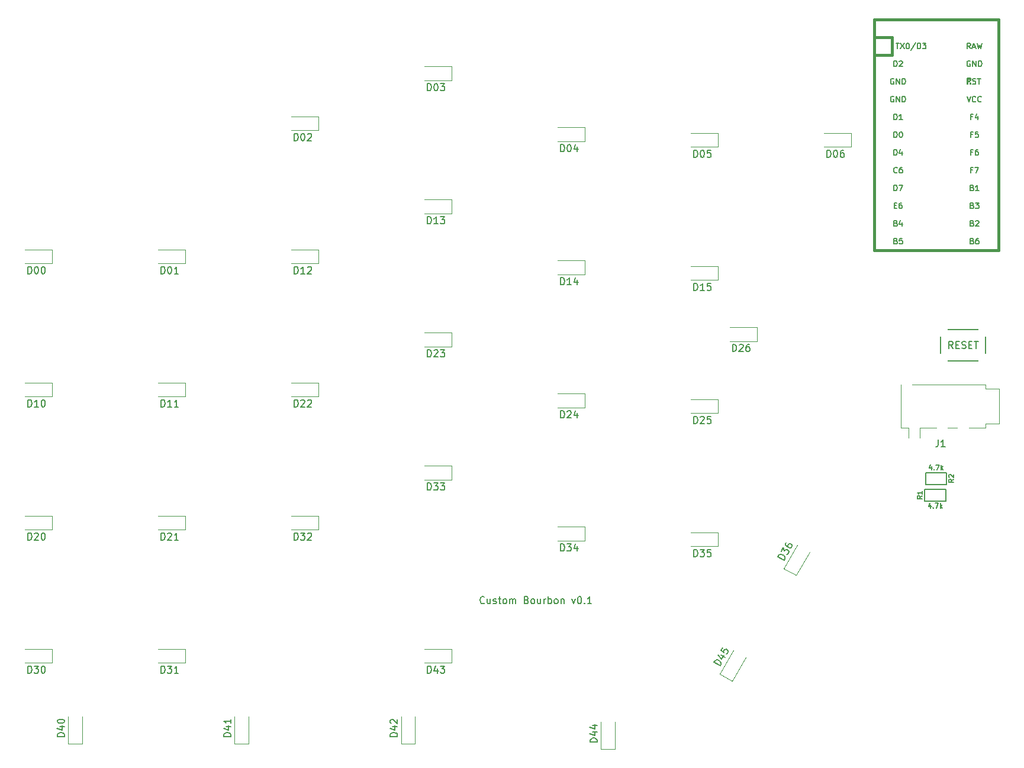
<source format=gto>
G04 #@! TF.GenerationSoftware,KiCad,Pcbnew,5.1.10*
G04 #@! TF.CreationDate,2021-06-15T23:50:52-04:00*
G04 #@! TF.ProjectId,attempt2,61747465-6d70-4743-922e-6b696361645f,rev?*
G04 #@! TF.SameCoordinates,Original*
G04 #@! TF.FileFunction,Legend,Top*
G04 #@! TF.FilePolarity,Positive*
%FSLAX46Y46*%
G04 Gerber Fmt 4.6, Leading zero omitted, Abs format (unit mm)*
G04 Created by KiCad (PCBNEW 5.1.10) date 2021-06-15 23:50:52*
%MOMM*%
%LPD*%
G01*
G04 APERTURE LIST*
%ADD10C,0.150000*%
%ADD11C,0.200000*%
%ADD12C,0.120000*%
%ADD13C,0.381000*%
%ADD14R,0.700000X1.300000*%
%ADD15C,1.500000*%
%ADD16R,1.200000X2.500000*%
%ADD17C,0.100000*%
%ADD18R,1.752600X1.752600*%
%ADD19C,1.752600*%
%ADD20C,2.000000*%
%ADD21C,3.987800*%
%ADD22C,1.750000*%
%ADD23R,1.200000X0.900000*%
%ADD24R,0.900000X1.200000*%
G04 APERTURE END LIST*
D10*
X-80382142Y-100369642D02*
X-80429761Y-100417261D01*
X-80572619Y-100464880D01*
X-80667857Y-100464880D01*
X-80810714Y-100417261D01*
X-80905952Y-100322023D01*
X-80953571Y-100226785D01*
X-81001190Y-100036309D01*
X-81001190Y-99893452D01*
X-80953571Y-99702976D01*
X-80905952Y-99607738D01*
X-80810714Y-99512500D01*
X-80667857Y-99464880D01*
X-80572619Y-99464880D01*
X-80429761Y-99512500D01*
X-80382142Y-99560119D01*
X-79525000Y-99798214D02*
X-79525000Y-100464880D01*
X-79953571Y-99798214D02*
X-79953571Y-100322023D01*
X-79905952Y-100417261D01*
X-79810714Y-100464880D01*
X-79667857Y-100464880D01*
X-79572619Y-100417261D01*
X-79525000Y-100369642D01*
X-79096428Y-100417261D02*
X-79001190Y-100464880D01*
X-78810714Y-100464880D01*
X-78715476Y-100417261D01*
X-78667857Y-100322023D01*
X-78667857Y-100274404D01*
X-78715476Y-100179166D01*
X-78810714Y-100131547D01*
X-78953571Y-100131547D01*
X-79048809Y-100083928D01*
X-79096428Y-99988690D01*
X-79096428Y-99941071D01*
X-79048809Y-99845833D01*
X-78953571Y-99798214D01*
X-78810714Y-99798214D01*
X-78715476Y-99845833D01*
X-78382142Y-99798214D02*
X-78001190Y-99798214D01*
X-78239285Y-99464880D02*
X-78239285Y-100322023D01*
X-78191666Y-100417261D01*
X-78096428Y-100464880D01*
X-78001190Y-100464880D01*
X-77525000Y-100464880D02*
X-77620238Y-100417261D01*
X-77667857Y-100369642D01*
X-77715476Y-100274404D01*
X-77715476Y-99988690D01*
X-77667857Y-99893452D01*
X-77620238Y-99845833D01*
X-77525000Y-99798214D01*
X-77382142Y-99798214D01*
X-77286904Y-99845833D01*
X-77239285Y-99893452D01*
X-77191666Y-99988690D01*
X-77191666Y-100274404D01*
X-77239285Y-100369642D01*
X-77286904Y-100417261D01*
X-77382142Y-100464880D01*
X-77525000Y-100464880D01*
X-76763095Y-100464880D02*
X-76763095Y-99798214D01*
X-76763095Y-99893452D02*
X-76715476Y-99845833D01*
X-76620238Y-99798214D01*
X-76477380Y-99798214D01*
X-76382142Y-99845833D01*
X-76334523Y-99941071D01*
X-76334523Y-100464880D01*
X-76334523Y-99941071D02*
X-76286904Y-99845833D01*
X-76191666Y-99798214D01*
X-76048809Y-99798214D01*
X-75953571Y-99845833D01*
X-75905952Y-99941071D01*
X-75905952Y-100464880D01*
X-74334523Y-99941071D02*
X-74191666Y-99988690D01*
X-74144047Y-100036309D01*
X-74096428Y-100131547D01*
X-74096428Y-100274404D01*
X-74144047Y-100369642D01*
X-74191666Y-100417261D01*
X-74286904Y-100464880D01*
X-74667857Y-100464880D01*
X-74667857Y-99464880D01*
X-74334523Y-99464880D01*
X-74239285Y-99512500D01*
X-74191666Y-99560119D01*
X-74144047Y-99655357D01*
X-74144047Y-99750595D01*
X-74191666Y-99845833D01*
X-74239285Y-99893452D01*
X-74334523Y-99941071D01*
X-74667857Y-99941071D01*
X-73525000Y-100464880D02*
X-73620238Y-100417261D01*
X-73667857Y-100369642D01*
X-73715476Y-100274404D01*
X-73715476Y-99988690D01*
X-73667857Y-99893452D01*
X-73620238Y-99845833D01*
X-73525000Y-99798214D01*
X-73382142Y-99798214D01*
X-73286904Y-99845833D01*
X-73239285Y-99893452D01*
X-73191666Y-99988690D01*
X-73191666Y-100274404D01*
X-73239285Y-100369642D01*
X-73286904Y-100417261D01*
X-73382142Y-100464880D01*
X-73525000Y-100464880D01*
X-72334523Y-99798214D02*
X-72334523Y-100464880D01*
X-72763095Y-99798214D02*
X-72763095Y-100322023D01*
X-72715476Y-100417261D01*
X-72620238Y-100464880D01*
X-72477380Y-100464880D01*
X-72382142Y-100417261D01*
X-72334523Y-100369642D01*
X-71858333Y-100464880D02*
X-71858333Y-99798214D01*
X-71858333Y-99988690D02*
X-71810714Y-99893452D01*
X-71763095Y-99845833D01*
X-71667857Y-99798214D01*
X-71572619Y-99798214D01*
X-71239285Y-100464880D02*
X-71239285Y-99464880D01*
X-71239285Y-99845833D02*
X-71144047Y-99798214D01*
X-70953571Y-99798214D01*
X-70858333Y-99845833D01*
X-70810714Y-99893452D01*
X-70763095Y-99988690D01*
X-70763095Y-100274404D01*
X-70810714Y-100369642D01*
X-70858333Y-100417261D01*
X-70953571Y-100464880D01*
X-71144047Y-100464880D01*
X-71239285Y-100417261D01*
X-70191666Y-100464880D02*
X-70286904Y-100417261D01*
X-70334523Y-100369642D01*
X-70382142Y-100274404D01*
X-70382142Y-99988690D01*
X-70334523Y-99893452D01*
X-70286904Y-99845833D01*
X-70191666Y-99798214D01*
X-70048809Y-99798214D01*
X-69953571Y-99845833D01*
X-69905952Y-99893452D01*
X-69858333Y-99988690D01*
X-69858333Y-100274404D01*
X-69905952Y-100369642D01*
X-69953571Y-100417261D01*
X-70048809Y-100464880D01*
X-70191666Y-100464880D01*
X-69429761Y-99798214D02*
X-69429761Y-100464880D01*
X-69429761Y-99893452D02*
X-69382142Y-99845833D01*
X-69286904Y-99798214D01*
X-69144047Y-99798214D01*
X-69048809Y-99845833D01*
X-69001190Y-99941071D01*
X-69001190Y-100464880D01*
X-67858333Y-99798214D02*
X-67620238Y-100464880D01*
X-67382142Y-99798214D01*
X-66810714Y-99464880D02*
X-66715476Y-99464880D01*
X-66620238Y-99512500D01*
X-66572619Y-99560119D01*
X-66525000Y-99655357D01*
X-66477380Y-99845833D01*
X-66477380Y-100083928D01*
X-66525000Y-100274404D01*
X-66572619Y-100369642D01*
X-66620238Y-100417261D01*
X-66715476Y-100464880D01*
X-66810714Y-100464880D01*
X-66905952Y-100417261D01*
X-66953571Y-100369642D01*
X-67001190Y-100274404D01*
X-67048809Y-100083928D01*
X-67048809Y-99845833D01*
X-67001190Y-99655357D01*
X-66953571Y-99560119D01*
X-66905952Y-99512500D01*
X-66810714Y-99464880D01*
X-66048809Y-100369642D02*
X-66001190Y-100417261D01*
X-66048809Y-100464880D01*
X-66096428Y-100417261D01*
X-66048809Y-100369642D01*
X-66048809Y-100464880D01*
X-65048809Y-100464880D02*
X-65620238Y-100464880D01*
X-65334523Y-100464880D02*
X-65334523Y-99464880D01*
X-65429761Y-99607738D01*
X-65525000Y-99702976D01*
X-65620238Y-99750595D01*
D11*
X-14277250Y-83400000D02*
X-17277250Y-83400000D01*
X-17277250Y-83400000D02*
X-17277250Y-81700000D01*
X-14277250Y-83400000D02*
X-14277250Y-81700000D01*
X-14277250Y-81700000D02*
X-17277250Y-81700000D01*
D12*
X-18131250Y-75331250D02*
X-18131250Y-76731250D01*
X-19681250Y-75331250D02*
X-19681250Y-76731250D01*
X-19231250Y-69131250D02*
X-8706250Y-69131250D01*
X-19681250Y-75331250D02*
X-20806250Y-75331250D01*
X-15731250Y-75331250D02*
X-18131250Y-75331250D01*
X-12731250Y-75331250D02*
X-14081250Y-75331250D01*
X-8706250Y-75331250D02*
X-11081250Y-75331250D01*
X-20806250Y-69131250D02*
X-20806250Y-75331250D01*
X-8706250Y-75331250D02*
X-8706250Y-74731250D01*
X-8706250Y-69731250D02*
X-8706250Y-69131250D01*
X-6706250Y-74731250D02*
X-6706250Y-69731250D01*
X-8706250Y-74731250D02*
X-6706250Y-74731250D01*
X-8706250Y-69731250D02*
X-6706250Y-69731250D01*
X-46695025Y-110541557D02*
X-44962975Y-111541557D01*
X-44962975Y-111541557D02*
X-43012975Y-108164058D01*
X-46695025Y-110541557D02*
X-44745025Y-107164058D01*
D13*
X-22098000Y-19431000D02*
X-24638000Y-19431000D01*
X-24638000Y-16891000D02*
X-24638000Y-19431000D01*
X-6858000Y-16891000D02*
X-24638000Y-16891000D01*
X-6858000Y-19431000D02*
X-6858000Y-16891000D01*
D10*
G36*
X-10816432Y-25910360D02*
G01*
X-10816432Y-26110360D01*
X-10916432Y-26110360D01*
X-10916432Y-25910360D01*
X-10816432Y-25910360D01*
G37*
X-10816432Y-25910360D02*
X-10816432Y-26110360D01*
X-10916432Y-26110360D01*
X-10916432Y-25910360D01*
X-10816432Y-25910360D01*
G36*
X-11216432Y-25310360D02*
G01*
X-11216432Y-26110360D01*
X-11316432Y-26110360D01*
X-11316432Y-25310360D01*
X-11216432Y-25310360D01*
G37*
X-11216432Y-25310360D02*
X-11216432Y-26110360D01*
X-11316432Y-26110360D01*
X-11316432Y-25310360D01*
X-11216432Y-25310360D01*
G36*
X-10816432Y-25310360D02*
G01*
X-10816432Y-25410360D01*
X-11316432Y-25410360D01*
X-11316432Y-25310360D01*
X-10816432Y-25310360D01*
G37*
X-10816432Y-25310360D02*
X-10816432Y-25410360D01*
X-11316432Y-25410360D01*
X-11316432Y-25310360D01*
X-10816432Y-25310360D01*
G36*
X-11016432Y-25710360D02*
G01*
X-11016432Y-25810360D01*
X-11116432Y-25810360D01*
X-11116432Y-25710360D01*
X-11016432Y-25710360D01*
G37*
X-11016432Y-25710360D02*
X-11016432Y-25810360D01*
X-11116432Y-25810360D01*
X-11116432Y-25710360D01*
X-11016432Y-25710360D01*
G36*
X-10816432Y-25310360D02*
G01*
X-10816432Y-25610360D01*
X-10916432Y-25610360D01*
X-10916432Y-25310360D01*
X-10816432Y-25310360D01*
G37*
X-10816432Y-25310360D02*
X-10816432Y-25610360D01*
X-10916432Y-25610360D01*
X-10916432Y-25310360D01*
X-10816432Y-25310360D01*
D13*
X-22098000Y-21971000D02*
X-24638000Y-21971000D01*
X-22098000Y-19431000D02*
X-22098000Y-21971000D01*
X-6858000Y-49911000D02*
X-6858000Y-19431000D01*
X-24638000Y-49911000D02*
X-6858000Y-49911000D01*
X-24638000Y-19431000D02*
X-24638000Y-49911000D01*
D10*
X-15156250Y-61250000D02*
X-15156250Y-65750000D01*
X-15156250Y-65750000D02*
X-8656250Y-65750000D01*
X-8656250Y-65750000D02*
X-8656250Y-61250000D01*
X-8656250Y-61250000D02*
X-15156250Y-61250000D01*
D11*
X-17375000Y-84081250D02*
X-14375000Y-84081250D01*
X-14375000Y-84081250D02*
X-14375000Y-85781250D01*
X-17375000Y-84081250D02*
X-17375000Y-85781250D01*
X-17375000Y-85781250D02*
X-14375000Y-85781250D01*
D12*
X-63706250Y-121312500D02*
X-61706250Y-121312500D01*
X-61706250Y-121312500D02*
X-61706250Y-117412500D01*
X-63706250Y-121312500D02*
X-63706250Y-117412500D01*
X-85062500Y-108950000D02*
X-85062500Y-106950000D01*
X-85062500Y-106950000D02*
X-88962500Y-106950000D01*
X-85062500Y-108950000D02*
X-88962500Y-108950000D01*
X-92281250Y-120518750D02*
X-90281250Y-120518750D01*
X-90281250Y-120518750D02*
X-90281250Y-116618750D01*
X-92281250Y-120518750D02*
X-92281250Y-116618750D01*
X-116093750Y-120518750D02*
X-114093750Y-120518750D01*
X-114093750Y-120518750D02*
X-114093750Y-116618750D01*
X-116093750Y-120518750D02*
X-116093750Y-116618750D01*
X-139906250Y-120518750D02*
X-137906250Y-120518750D01*
X-137906250Y-120518750D02*
X-137906250Y-116618750D01*
X-139906250Y-120518750D02*
X-139906250Y-116618750D01*
X-37551025Y-95428557D02*
X-35818975Y-96428557D01*
X-35818975Y-96428557D02*
X-33868975Y-93051058D01*
X-37551025Y-95428557D02*
X-35601025Y-92051058D01*
X-46962500Y-92281250D02*
X-46962500Y-90281250D01*
X-46962500Y-90281250D02*
X-50862500Y-90281250D01*
X-46962500Y-92281250D02*
X-50862500Y-92281250D01*
X-66012500Y-91487500D02*
X-66012500Y-89487500D01*
X-66012500Y-89487500D02*
X-69912500Y-89487500D01*
X-66012500Y-91487500D02*
X-69912500Y-91487500D01*
X-85062500Y-82756250D02*
X-85062500Y-80756250D01*
X-85062500Y-80756250D02*
X-88962500Y-80756250D01*
X-85062500Y-82756250D02*
X-88962500Y-82756250D01*
X-104112500Y-89900000D02*
X-104112500Y-87900000D01*
X-104112500Y-87900000D02*
X-108012500Y-87900000D01*
X-104112500Y-89900000D02*
X-108012500Y-89900000D01*
X-123162500Y-108950000D02*
X-123162500Y-106950000D01*
X-123162500Y-106950000D02*
X-127062500Y-106950000D01*
X-123162500Y-108950000D02*
X-127062500Y-108950000D01*
X-142212500Y-108950000D02*
X-142212500Y-106950000D01*
X-142212500Y-106950000D02*
X-146112500Y-106950000D01*
X-142212500Y-108950000D02*
X-146112500Y-108950000D01*
X-41406250Y-62912500D02*
X-41406250Y-60912500D01*
X-41406250Y-60912500D02*
X-45306250Y-60912500D01*
X-41406250Y-62912500D02*
X-45306250Y-62912500D01*
X-46962500Y-73231250D02*
X-46962500Y-71231250D01*
X-46962500Y-71231250D02*
X-50862500Y-71231250D01*
X-46962500Y-73231250D02*
X-50862500Y-73231250D01*
X-66012500Y-72437500D02*
X-66012500Y-70437500D01*
X-66012500Y-70437500D02*
X-69912500Y-70437500D01*
X-66012500Y-72437500D02*
X-69912500Y-72437500D01*
X-85062500Y-63706250D02*
X-85062500Y-61706250D01*
X-85062500Y-61706250D02*
X-88962500Y-61706250D01*
X-85062500Y-63706250D02*
X-88962500Y-63706250D01*
X-104112500Y-70850000D02*
X-104112500Y-68850000D01*
X-104112500Y-68850000D02*
X-108012500Y-68850000D01*
X-104112500Y-70850000D02*
X-108012500Y-70850000D01*
X-123162500Y-89900000D02*
X-123162500Y-87900000D01*
X-123162500Y-87900000D02*
X-127062500Y-87900000D01*
X-123162500Y-89900000D02*
X-127062500Y-89900000D01*
X-142212500Y-89900000D02*
X-142212500Y-87900000D01*
X-142212500Y-87900000D02*
X-146112500Y-87900000D01*
X-142212500Y-89900000D02*
X-146112500Y-89900000D01*
X-46962500Y-54181250D02*
X-46962500Y-52181250D01*
X-46962500Y-52181250D02*
X-50862500Y-52181250D01*
X-46962500Y-54181250D02*
X-50862500Y-54181250D01*
X-66012500Y-53387500D02*
X-66012500Y-51387500D01*
X-66012500Y-51387500D02*
X-69912500Y-51387500D01*
X-66012500Y-53387500D02*
X-69912500Y-53387500D01*
X-85062500Y-44656250D02*
X-85062500Y-42656250D01*
X-85062500Y-42656250D02*
X-88962500Y-42656250D01*
X-85062500Y-44656250D02*
X-88962500Y-44656250D01*
X-104112500Y-51800000D02*
X-104112500Y-49800000D01*
X-104112500Y-49800000D02*
X-108012500Y-49800000D01*
X-104112500Y-51800000D02*
X-108012500Y-51800000D01*
X-123162500Y-70850000D02*
X-123162500Y-68850000D01*
X-123162500Y-68850000D02*
X-127062500Y-68850000D01*
X-123162500Y-70850000D02*
X-127062500Y-70850000D01*
X-142212500Y-70850000D02*
X-142212500Y-68850000D01*
X-142212500Y-68850000D02*
X-146112500Y-68850000D01*
X-142212500Y-70850000D02*
X-146112500Y-70850000D01*
X-27912500Y-35131250D02*
X-27912500Y-33131250D01*
X-27912500Y-33131250D02*
X-31812500Y-33131250D01*
X-27912500Y-35131250D02*
X-31812500Y-35131250D01*
X-46962500Y-35131250D02*
X-46962500Y-33131250D01*
X-46962500Y-33131250D02*
X-50862500Y-33131250D01*
X-46962500Y-35131250D02*
X-50862500Y-35131250D01*
X-66012500Y-34337500D02*
X-66012500Y-32337500D01*
X-66012500Y-32337500D02*
X-69912500Y-32337500D01*
X-66012500Y-34337500D02*
X-69912500Y-34337500D01*
X-85062500Y-25606250D02*
X-85062500Y-23606250D01*
X-85062500Y-23606250D02*
X-88962500Y-23606250D01*
X-85062500Y-25606250D02*
X-88962500Y-25606250D01*
X-104112500Y-32750000D02*
X-104112500Y-30750000D01*
X-104112500Y-30750000D02*
X-108012500Y-30750000D01*
X-104112500Y-32750000D02*
X-108012500Y-32750000D01*
X-123162500Y-51800000D02*
X-123162500Y-49800000D01*
X-123162500Y-49800000D02*
X-127062500Y-49800000D01*
X-123162500Y-51800000D02*
X-127062500Y-51800000D01*
X-142212500Y-51800000D02*
X-142212500Y-49800000D01*
X-142212500Y-49800000D02*
X-146112500Y-49800000D01*
X-142212500Y-51800000D02*
X-146112500Y-51800000D01*
D10*
X-13260583Y-82666666D02*
X-13593916Y-82900000D01*
X-13260583Y-83066666D02*
X-13960583Y-83066666D01*
X-13960583Y-82800000D01*
X-13927250Y-82733333D01*
X-13893916Y-82700000D01*
X-13827250Y-82666666D01*
X-13727250Y-82666666D01*
X-13660583Y-82700000D01*
X-13627250Y-82733333D01*
X-13593916Y-82800000D01*
X-13593916Y-83066666D01*
X-13893916Y-82400000D02*
X-13927250Y-82366666D01*
X-13960583Y-82300000D01*
X-13960583Y-82133333D01*
X-13927250Y-82066666D01*
X-13893916Y-82033333D01*
X-13827250Y-82000000D01*
X-13760583Y-82000000D01*
X-13660583Y-82033333D01*
X-13260583Y-82433333D01*
X-13260583Y-82000000D01*
X-16427250Y-80850000D02*
X-16427250Y-81316666D01*
X-16593916Y-80583333D02*
X-16760583Y-81083333D01*
X-16327250Y-81083333D01*
X-16060583Y-81250000D02*
X-16027250Y-81283333D01*
X-16060583Y-81316666D01*
X-16093916Y-81283333D01*
X-16060583Y-81250000D01*
X-16060583Y-81316666D01*
X-15793916Y-80616666D02*
X-15327250Y-80616666D01*
X-15627250Y-81316666D01*
X-15060583Y-81316666D02*
X-15060583Y-80616666D01*
X-14993916Y-81050000D02*
X-14793916Y-81316666D01*
X-14793916Y-80850000D02*
X-15060583Y-81116666D01*
X-15464583Y-77033630D02*
X-15464583Y-77747916D01*
X-15512202Y-77890773D01*
X-15607440Y-77986011D01*
X-15750297Y-78033630D01*
X-15845535Y-78033630D01*
X-14464583Y-78033630D02*
X-15036011Y-78033630D01*
X-14750297Y-78033630D02*
X-14750297Y-77033630D01*
X-14845535Y-77176488D01*
X-14940773Y-77271726D01*
X-15036011Y-77319345D01*
X-46651420Y-109370792D02*
X-47517445Y-108870792D01*
X-47398398Y-108664596D01*
X-47285730Y-108564687D01*
X-47155632Y-108529828D01*
X-47049344Y-108536208D01*
X-46860577Y-108590206D01*
X-46736859Y-108661635D01*
X-46595712Y-108798112D01*
X-46537043Y-108886971D01*
X-46502183Y-109017068D01*
X-46532372Y-109164596D01*
X-46651420Y-109370792D01*
X-46514485Y-107800280D02*
X-45937134Y-108133613D01*
X-46963447Y-107816000D02*
X-46463905Y-108379339D01*
X-46154381Y-107843229D01*
X-46303160Y-106767588D02*
X-46541255Y-107179981D01*
X-46152671Y-107459315D01*
X-46170101Y-107394266D01*
X-46163721Y-107287978D01*
X-46044674Y-107081782D01*
X-45955815Y-107023113D01*
X-45890767Y-107005683D01*
X-45784478Y-107012063D01*
X-45578282Y-107131110D01*
X-45519613Y-107219969D01*
X-45502183Y-107285017D01*
X-45508563Y-107391306D01*
X-45627610Y-107597502D01*
X-45716469Y-107656171D01*
X-45781518Y-107673601D01*
X-10610809Y-46043857D02*
X-10496523Y-46081952D01*
X-10458428Y-46120047D01*
X-10420333Y-46196238D01*
X-10420333Y-46310523D01*
X-10458428Y-46386714D01*
X-10496523Y-46424809D01*
X-10572714Y-46462904D01*
X-10877476Y-46462904D01*
X-10877476Y-45662904D01*
X-10610809Y-45662904D01*
X-10534619Y-45701000D01*
X-10496523Y-45739095D01*
X-10458428Y-45815285D01*
X-10458428Y-45891476D01*
X-10496523Y-45967666D01*
X-10534619Y-46005761D01*
X-10610809Y-46043857D01*
X-10877476Y-46043857D01*
X-10115571Y-45739095D02*
X-10077476Y-45701000D01*
X-10001285Y-45662904D01*
X-9810809Y-45662904D01*
X-9734619Y-45701000D01*
X-9696523Y-45739095D01*
X-9658428Y-45815285D01*
X-9658428Y-45891476D01*
X-9696523Y-46005761D01*
X-10153666Y-46462904D01*
X-9658428Y-46462904D01*
X-10553666Y-38423857D02*
X-10820333Y-38423857D01*
X-10820333Y-38842904D02*
X-10820333Y-38042904D01*
X-10439380Y-38042904D01*
X-10210809Y-38042904D02*
X-9677476Y-38042904D01*
X-10020333Y-38842904D01*
X-10553666Y-35883857D02*
X-10820333Y-35883857D01*
X-10820333Y-36302904D02*
X-10820333Y-35502904D01*
X-10439380Y-35502904D01*
X-9791761Y-35502904D02*
X-9944142Y-35502904D01*
X-10020333Y-35541000D01*
X-10058428Y-35579095D01*
X-10134619Y-35693380D01*
X-10172714Y-35845761D01*
X-10172714Y-36150523D01*
X-10134619Y-36226714D01*
X-10096523Y-36264809D01*
X-10020333Y-36302904D01*
X-9867952Y-36302904D01*
X-9791761Y-36264809D01*
X-9753666Y-36226714D01*
X-9715571Y-36150523D01*
X-9715571Y-35960047D01*
X-9753666Y-35883857D01*
X-9791761Y-35845761D01*
X-9867952Y-35807666D01*
X-10020333Y-35807666D01*
X-10096523Y-35845761D01*
X-10134619Y-35883857D01*
X-10172714Y-35960047D01*
X-10553666Y-33343857D02*
X-10820333Y-33343857D01*
X-10820333Y-33762904D02*
X-10820333Y-32962904D01*
X-10439380Y-32962904D01*
X-9753666Y-32962904D02*
X-10134619Y-32962904D01*
X-10172714Y-33343857D01*
X-10134619Y-33305761D01*
X-10058428Y-33267666D01*
X-9867952Y-33267666D01*
X-9791761Y-33305761D01*
X-9753666Y-33343857D01*
X-9715571Y-33420047D01*
X-9715571Y-33610523D01*
X-9753666Y-33686714D01*
X-9791761Y-33724809D01*
X-9867952Y-33762904D01*
X-10058428Y-33762904D01*
X-10134619Y-33724809D01*
X-10172714Y-33686714D01*
X-10839380Y-21062904D02*
X-11106047Y-20681952D01*
X-11296523Y-21062904D02*
X-11296523Y-20262904D01*
X-10991761Y-20262904D01*
X-10915571Y-20301000D01*
X-10877476Y-20339095D01*
X-10839380Y-20415285D01*
X-10839380Y-20529571D01*
X-10877476Y-20605761D01*
X-10915571Y-20643857D01*
X-10991761Y-20681952D01*
X-11296523Y-20681952D01*
X-10534619Y-20834333D02*
X-10153666Y-20834333D01*
X-10610809Y-21062904D02*
X-10344142Y-20262904D01*
X-10077476Y-21062904D01*
X-9887000Y-20262904D02*
X-9696523Y-21062904D01*
X-9544142Y-20491476D01*
X-9391761Y-21062904D01*
X-9201285Y-20262904D01*
X-10896523Y-22841000D02*
X-10972714Y-22802904D01*
X-11087000Y-22802904D01*
X-11201285Y-22841000D01*
X-11277476Y-22917190D01*
X-11315571Y-22993380D01*
X-11353666Y-23145761D01*
X-11353666Y-23260047D01*
X-11315571Y-23412428D01*
X-11277476Y-23488619D01*
X-11201285Y-23564809D01*
X-11087000Y-23602904D01*
X-11010809Y-23602904D01*
X-10896523Y-23564809D01*
X-10858428Y-23526714D01*
X-10858428Y-23260047D01*
X-11010809Y-23260047D01*
X-10515571Y-23602904D02*
X-10515571Y-22802904D01*
X-10058428Y-23602904D01*
X-10058428Y-22802904D01*
X-9677476Y-23602904D02*
X-9677476Y-22802904D01*
X-9487000Y-22802904D01*
X-9372714Y-22841000D01*
X-9296523Y-22917190D01*
X-9258428Y-22993380D01*
X-9220333Y-23145761D01*
X-9220333Y-23260047D01*
X-9258428Y-23412428D01*
X-9296523Y-23488619D01*
X-9372714Y-23564809D01*
X-9487000Y-23602904D01*
X-9677476Y-23602904D01*
X-10548213Y-26074809D02*
X-10433927Y-26112904D01*
X-10243451Y-26112904D01*
X-10167260Y-26074809D01*
X-10129165Y-26036714D01*
X-10091070Y-25960523D01*
X-10091070Y-25884333D01*
X-10129165Y-25808142D01*
X-10167260Y-25770047D01*
X-10243451Y-25731952D01*
X-10395832Y-25693857D01*
X-10472022Y-25655761D01*
X-10510118Y-25617666D01*
X-10548213Y-25541476D01*
X-10548213Y-25465285D01*
X-10510118Y-25389095D01*
X-10472022Y-25351000D01*
X-10395832Y-25312904D01*
X-10205356Y-25312904D01*
X-10091070Y-25351000D01*
X-9862499Y-25312904D02*
X-9405356Y-25312904D01*
X-9633927Y-26112904D02*
X-9633927Y-25312904D01*
X-11353666Y-27882904D02*
X-11087000Y-28682904D01*
X-10820333Y-27882904D01*
X-10096523Y-28606714D02*
X-10134619Y-28644809D01*
X-10248904Y-28682904D01*
X-10325095Y-28682904D01*
X-10439380Y-28644809D01*
X-10515571Y-28568619D01*
X-10553666Y-28492428D01*
X-10591761Y-28340047D01*
X-10591761Y-28225761D01*
X-10553666Y-28073380D01*
X-10515571Y-27997190D01*
X-10439380Y-27921000D01*
X-10325095Y-27882904D01*
X-10248904Y-27882904D01*
X-10134619Y-27921000D01*
X-10096523Y-27959095D01*
X-9296523Y-28606714D02*
X-9334619Y-28644809D01*
X-9448904Y-28682904D01*
X-9525095Y-28682904D01*
X-9639380Y-28644809D01*
X-9715571Y-28568619D01*
X-9753666Y-28492428D01*
X-9791761Y-28340047D01*
X-9791761Y-28225761D01*
X-9753666Y-28073380D01*
X-9715571Y-27997190D01*
X-9639380Y-27921000D01*
X-9525095Y-27882904D01*
X-9448904Y-27882904D01*
X-9334619Y-27921000D01*
X-9296523Y-27959095D01*
X-10553666Y-30803857D02*
X-10820333Y-30803857D01*
X-10820333Y-31222904D02*
X-10820333Y-30422904D01*
X-10439380Y-30422904D01*
X-9791761Y-30689571D02*
X-9791761Y-31222904D01*
X-9982238Y-30384809D02*
X-10172714Y-30956238D01*
X-9677476Y-30956238D01*
X-10610809Y-40963857D02*
X-10496523Y-41001952D01*
X-10458428Y-41040047D01*
X-10420333Y-41116238D01*
X-10420333Y-41230523D01*
X-10458428Y-41306714D01*
X-10496523Y-41344809D01*
X-10572714Y-41382904D01*
X-10877476Y-41382904D01*
X-10877476Y-40582904D01*
X-10610809Y-40582904D01*
X-10534619Y-40621000D01*
X-10496523Y-40659095D01*
X-10458428Y-40735285D01*
X-10458428Y-40811476D01*
X-10496523Y-40887666D01*
X-10534619Y-40925761D01*
X-10610809Y-40963857D01*
X-10877476Y-40963857D01*
X-9658428Y-41382904D02*
X-10115571Y-41382904D01*
X-9887000Y-41382904D02*
X-9887000Y-40582904D01*
X-9963190Y-40697190D01*
X-10039380Y-40773380D01*
X-10115571Y-40811476D01*
X-10610809Y-43503857D02*
X-10496523Y-43541952D01*
X-10458428Y-43580047D01*
X-10420333Y-43656238D01*
X-10420333Y-43770523D01*
X-10458428Y-43846714D01*
X-10496523Y-43884809D01*
X-10572714Y-43922904D01*
X-10877476Y-43922904D01*
X-10877476Y-43122904D01*
X-10610809Y-43122904D01*
X-10534619Y-43161000D01*
X-10496523Y-43199095D01*
X-10458428Y-43275285D01*
X-10458428Y-43351476D01*
X-10496523Y-43427666D01*
X-10534619Y-43465761D01*
X-10610809Y-43503857D01*
X-10877476Y-43503857D01*
X-10153666Y-43122904D02*
X-9658428Y-43122904D01*
X-9925095Y-43427666D01*
X-9810809Y-43427666D01*
X-9734619Y-43465761D01*
X-9696523Y-43503857D01*
X-9658428Y-43580047D01*
X-9658428Y-43770523D01*
X-9696523Y-43846714D01*
X-9734619Y-43884809D01*
X-9810809Y-43922904D01*
X-10039380Y-43922904D01*
X-10115571Y-43884809D01*
X-10153666Y-43846714D01*
X-10610809Y-48583857D02*
X-10496523Y-48621952D01*
X-10458428Y-48660047D01*
X-10420333Y-48736238D01*
X-10420333Y-48850523D01*
X-10458428Y-48926714D01*
X-10496523Y-48964809D01*
X-10572714Y-49002904D01*
X-10877476Y-49002904D01*
X-10877476Y-48202904D01*
X-10610809Y-48202904D01*
X-10534619Y-48241000D01*
X-10496523Y-48279095D01*
X-10458428Y-48355285D01*
X-10458428Y-48431476D01*
X-10496523Y-48507666D01*
X-10534619Y-48545761D01*
X-10610809Y-48583857D01*
X-10877476Y-48583857D01*
X-9734619Y-48202904D02*
X-9887000Y-48202904D01*
X-9963190Y-48241000D01*
X-10001285Y-48279095D01*
X-10077476Y-48393380D01*
X-10115571Y-48545761D01*
X-10115571Y-48850523D01*
X-10077476Y-48926714D01*
X-10039380Y-48964809D01*
X-9963190Y-49002904D01*
X-9810809Y-49002904D01*
X-9734619Y-48964809D01*
X-9696523Y-48926714D01*
X-9658428Y-48850523D01*
X-9658428Y-48660047D01*
X-9696523Y-48583857D01*
X-9734619Y-48545761D01*
X-9810809Y-48507666D01*
X-9963190Y-48507666D01*
X-10039380Y-48545761D01*
X-10077476Y-48583857D01*
X-10115571Y-48660047D01*
X-21532809Y-48583857D02*
X-21418523Y-48621952D01*
X-21380428Y-48660047D01*
X-21342333Y-48736238D01*
X-21342333Y-48850523D01*
X-21380428Y-48926714D01*
X-21418523Y-48964809D01*
X-21494714Y-49002904D01*
X-21799476Y-49002904D01*
X-21799476Y-48202904D01*
X-21532809Y-48202904D01*
X-21456619Y-48241000D01*
X-21418523Y-48279095D01*
X-21380428Y-48355285D01*
X-21380428Y-48431476D01*
X-21418523Y-48507666D01*
X-21456619Y-48545761D01*
X-21532809Y-48583857D01*
X-21799476Y-48583857D01*
X-20618523Y-48202904D02*
X-20999476Y-48202904D01*
X-21037571Y-48583857D01*
X-20999476Y-48545761D01*
X-20923285Y-48507666D01*
X-20732809Y-48507666D01*
X-20656619Y-48545761D01*
X-20618523Y-48583857D01*
X-20580428Y-48660047D01*
X-20580428Y-48850523D01*
X-20618523Y-48926714D01*
X-20656619Y-48964809D01*
X-20732809Y-49002904D01*
X-20923285Y-49002904D01*
X-20999476Y-48964809D01*
X-21037571Y-48926714D01*
X-21532809Y-46043857D02*
X-21418523Y-46081952D01*
X-21380428Y-46120047D01*
X-21342333Y-46196238D01*
X-21342333Y-46310523D01*
X-21380428Y-46386714D01*
X-21418523Y-46424809D01*
X-21494714Y-46462904D01*
X-21799476Y-46462904D01*
X-21799476Y-45662904D01*
X-21532809Y-45662904D01*
X-21456619Y-45701000D01*
X-21418523Y-45739095D01*
X-21380428Y-45815285D01*
X-21380428Y-45891476D01*
X-21418523Y-45967666D01*
X-21456619Y-46005761D01*
X-21532809Y-46043857D01*
X-21799476Y-46043857D01*
X-20656619Y-45929571D02*
X-20656619Y-46462904D01*
X-20847095Y-45624809D02*
X-21037571Y-46196238D01*
X-20542333Y-46196238D01*
X-21761380Y-43503857D02*
X-21494714Y-43503857D01*
X-21380428Y-43922904D02*
X-21761380Y-43922904D01*
X-21761380Y-43122904D01*
X-21380428Y-43122904D01*
X-20694714Y-43122904D02*
X-20847095Y-43122904D01*
X-20923285Y-43161000D01*
X-20961380Y-43199095D01*
X-21037571Y-43313380D01*
X-21075666Y-43465761D01*
X-21075666Y-43770523D01*
X-21037571Y-43846714D01*
X-20999476Y-43884809D01*
X-20923285Y-43922904D01*
X-20770904Y-43922904D01*
X-20694714Y-43884809D01*
X-20656619Y-43846714D01*
X-20618523Y-43770523D01*
X-20618523Y-43580047D01*
X-20656619Y-43503857D01*
X-20694714Y-43465761D01*
X-20770904Y-43427666D01*
X-20923285Y-43427666D01*
X-20999476Y-43465761D01*
X-21037571Y-43503857D01*
X-21075666Y-43580047D01*
X-21799476Y-41382904D02*
X-21799476Y-40582904D01*
X-21609000Y-40582904D01*
X-21494714Y-40621000D01*
X-21418523Y-40697190D01*
X-21380428Y-40773380D01*
X-21342333Y-40925761D01*
X-21342333Y-41040047D01*
X-21380428Y-41192428D01*
X-21418523Y-41268619D01*
X-21494714Y-41344809D01*
X-21609000Y-41382904D01*
X-21799476Y-41382904D01*
X-21075666Y-40582904D02*
X-20542333Y-40582904D01*
X-20885190Y-41382904D01*
X-21342333Y-38766714D02*
X-21380428Y-38804809D01*
X-21494714Y-38842904D01*
X-21570904Y-38842904D01*
X-21685190Y-38804809D01*
X-21761380Y-38728619D01*
X-21799476Y-38652428D01*
X-21837571Y-38500047D01*
X-21837571Y-38385761D01*
X-21799476Y-38233380D01*
X-21761380Y-38157190D01*
X-21685190Y-38081000D01*
X-21570904Y-38042904D01*
X-21494714Y-38042904D01*
X-21380428Y-38081000D01*
X-21342333Y-38119095D01*
X-20656619Y-38042904D02*
X-20809000Y-38042904D01*
X-20885190Y-38081000D01*
X-20923285Y-38119095D01*
X-20999476Y-38233380D01*
X-21037571Y-38385761D01*
X-21037571Y-38690523D01*
X-20999476Y-38766714D01*
X-20961380Y-38804809D01*
X-20885190Y-38842904D01*
X-20732809Y-38842904D01*
X-20656619Y-38804809D01*
X-20618523Y-38766714D01*
X-20580428Y-38690523D01*
X-20580428Y-38500047D01*
X-20618523Y-38423857D01*
X-20656619Y-38385761D01*
X-20732809Y-38347666D01*
X-20885190Y-38347666D01*
X-20961380Y-38385761D01*
X-20999476Y-38423857D01*
X-21037571Y-38500047D01*
X-21799476Y-36302904D02*
X-21799476Y-35502904D01*
X-21609000Y-35502904D01*
X-21494714Y-35541000D01*
X-21418523Y-35617190D01*
X-21380428Y-35693380D01*
X-21342333Y-35845761D01*
X-21342333Y-35960047D01*
X-21380428Y-36112428D01*
X-21418523Y-36188619D01*
X-21494714Y-36264809D01*
X-21609000Y-36302904D01*
X-21799476Y-36302904D01*
X-20656619Y-35769571D02*
X-20656619Y-36302904D01*
X-20847095Y-35464809D02*
X-21037571Y-36036238D01*
X-20542333Y-36036238D01*
X-21818523Y-25381000D02*
X-21894714Y-25342904D01*
X-22009000Y-25342904D01*
X-22123285Y-25381000D01*
X-22199476Y-25457190D01*
X-22237571Y-25533380D01*
X-22275666Y-25685761D01*
X-22275666Y-25800047D01*
X-22237571Y-25952428D01*
X-22199476Y-26028619D01*
X-22123285Y-26104809D01*
X-22009000Y-26142904D01*
X-21932809Y-26142904D01*
X-21818523Y-26104809D01*
X-21780428Y-26066714D01*
X-21780428Y-25800047D01*
X-21932809Y-25800047D01*
X-21437571Y-26142904D02*
X-21437571Y-25342904D01*
X-20980428Y-26142904D01*
X-20980428Y-25342904D01*
X-20599476Y-26142904D02*
X-20599476Y-25342904D01*
X-20409000Y-25342904D01*
X-20294714Y-25381000D01*
X-20218523Y-25457190D01*
X-20180428Y-25533380D01*
X-20142333Y-25685761D01*
X-20142333Y-25800047D01*
X-20180428Y-25952428D01*
X-20218523Y-26028619D01*
X-20294714Y-26104809D01*
X-20409000Y-26142904D01*
X-20599476Y-26142904D01*
X-21818523Y-27921000D02*
X-21894714Y-27882904D01*
X-22009000Y-27882904D01*
X-22123285Y-27921000D01*
X-22199476Y-27997190D01*
X-22237571Y-28073380D01*
X-22275666Y-28225761D01*
X-22275666Y-28340047D01*
X-22237571Y-28492428D01*
X-22199476Y-28568619D01*
X-22123285Y-28644809D01*
X-22009000Y-28682904D01*
X-21932809Y-28682904D01*
X-21818523Y-28644809D01*
X-21780428Y-28606714D01*
X-21780428Y-28340047D01*
X-21932809Y-28340047D01*
X-21437571Y-28682904D02*
X-21437571Y-27882904D01*
X-20980428Y-28682904D01*
X-20980428Y-27882904D01*
X-20599476Y-28682904D02*
X-20599476Y-27882904D01*
X-20409000Y-27882904D01*
X-20294714Y-27921000D01*
X-20218523Y-27997190D01*
X-20180428Y-28073380D01*
X-20142333Y-28225761D01*
X-20142333Y-28340047D01*
X-20180428Y-28492428D01*
X-20218523Y-28568619D01*
X-20294714Y-28644809D01*
X-20409000Y-28682904D01*
X-20599476Y-28682904D01*
X-21799476Y-31222904D02*
X-21799476Y-30422904D01*
X-21609000Y-30422904D01*
X-21494714Y-30461000D01*
X-21418523Y-30537190D01*
X-21380428Y-30613380D01*
X-21342333Y-30765761D01*
X-21342333Y-30880047D01*
X-21380428Y-31032428D01*
X-21418523Y-31108619D01*
X-21494714Y-31184809D01*
X-21609000Y-31222904D01*
X-21799476Y-31222904D01*
X-20580428Y-31222904D02*
X-21037571Y-31222904D01*
X-20809000Y-31222904D02*
X-20809000Y-30422904D01*
X-20885190Y-30537190D01*
X-20961380Y-30613380D01*
X-21037571Y-30651476D01*
X-21799476Y-33762904D02*
X-21799476Y-32962904D01*
X-21609000Y-32962904D01*
X-21494714Y-33001000D01*
X-21418523Y-33077190D01*
X-21380428Y-33153380D01*
X-21342333Y-33305761D01*
X-21342333Y-33420047D01*
X-21380428Y-33572428D01*
X-21418523Y-33648619D01*
X-21494714Y-33724809D01*
X-21609000Y-33762904D01*
X-21799476Y-33762904D01*
X-20847095Y-32962904D02*
X-20770904Y-32962904D01*
X-20694714Y-33001000D01*
X-20656619Y-33039095D01*
X-20618523Y-33115285D01*
X-20580428Y-33267666D01*
X-20580428Y-33458142D01*
X-20618523Y-33610523D01*
X-20656619Y-33686714D01*
X-20694714Y-33724809D01*
X-20770904Y-33762904D01*
X-20847095Y-33762904D01*
X-20923285Y-33724809D01*
X-20961380Y-33686714D01*
X-20999476Y-33610523D01*
X-21037571Y-33458142D01*
X-21037571Y-33267666D01*
X-20999476Y-33115285D01*
X-20961380Y-33039095D01*
X-20923285Y-33001000D01*
X-20847095Y-32962904D01*
X-21799476Y-23602904D02*
X-21799476Y-22802904D01*
X-21609000Y-22802904D01*
X-21494714Y-22841000D01*
X-21418523Y-22917190D01*
X-21380428Y-22993380D01*
X-21342333Y-23145761D01*
X-21342333Y-23260047D01*
X-21380428Y-23412428D01*
X-21418523Y-23488619D01*
X-21494714Y-23564809D01*
X-21609000Y-23602904D01*
X-21799476Y-23602904D01*
X-21037571Y-22879095D02*
X-20999476Y-22841000D01*
X-20923285Y-22802904D01*
X-20732809Y-22802904D01*
X-20656619Y-22841000D01*
X-20618523Y-22879095D01*
X-20580428Y-22955285D01*
X-20580428Y-23031476D01*
X-20618523Y-23145761D01*
X-21075666Y-23602904D01*
X-20580428Y-23602904D01*
X-21510348Y-20262904D02*
X-21053205Y-20262904D01*
X-21281776Y-21062904D02*
X-21281776Y-20262904D01*
X-20862729Y-20262904D02*
X-20329395Y-21062904D01*
X-20329395Y-20262904D02*
X-20862729Y-21062904D01*
X-19872252Y-20262904D02*
X-19796062Y-20262904D01*
X-19719872Y-20301000D01*
X-19681776Y-20339095D01*
X-19643681Y-20415285D01*
X-19605586Y-20567666D01*
X-19605586Y-20758142D01*
X-19643681Y-20910523D01*
X-19681776Y-20986714D01*
X-19719872Y-21024809D01*
X-19796062Y-21062904D01*
X-19872252Y-21062904D01*
X-19948443Y-21024809D01*
X-19986538Y-20986714D01*
X-20024633Y-20910523D01*
X-20062729Y-20758142D01*
X-20062729Y-20567666D01*
X-20024633Y-20415285D01*
X-19986538Y-20339095D01*
X-19948443Y-20301000D01*
X-19872252Y-20262904D01*
X-18691300Y-20224809D02*
X-19377014Y-21253380D01*
X-18424633Y-21062904D02*
X-18424633Y-20262904D01*
X-18234157Y-20262904D01*
X-18119872Y-20301000D01*
X-18043681Y-20377190D01*
X-18005586Y-20453380D01*
X-17967491Y-20605761D01*
X-17967491Y-20720047D01*
X-18005586Y-20872428D01*
X-18043681Y-20948619D01*
X-18119872Y-21024809D01*
X-18234157Y-21062904D01*
X-18424633Y-21062904D01*
X-17700824Y-20262904D02*
X-17205586Y-20262904D01*
X-17472252Y-20567666D01*
X-17357967Y-20567666D01*
X-17281776Y-20605761D01*
X-17243681Y-20643857D01*
X-17205586Y-20720047D01*
X-17205586Y-20910523D01*
X-17243681Y-20986714D01*
X-17281776Y-21024809D01*
X-17357967Y-21062904D01*
X-17586538Y-21062904D01*
X-17662729Y-21024809D01*
X-17700824Y-20986714D01*
X-13358630Y-63952380D02*
X-13691964Y-63476190D01*
X-13930059Y-63952380D02*
X-13930059Y-62952380D01*
X-13549107Y-62952380D01*
X-13453869Y-63000000D01*
X-13406250Y-63047619D01*
X-13358630Y-63142857D01*
X-13358630Y-63285714D01*
X-13406250Y-63380952D01*
X-13453869Y-63428571D01*
X-13549107Y-63476190D01*
X-13930059Y-63476190D01*
X-12930059Y-63428571D02*
X-12596726Y-63428571D01*
X-12453869Y-63952380D02*
X-12930059Y-63952380D01*
X-12930059Y-62952380D01*
X-12453869Y-62952380D01*
X-12072916Y-63904761D02*
X-11930059Y-63952380D01*
X-11691964Y-63952380D01*
X-11596726Y-63904761D01*
X-11549107Y-63857142D01*
X-11501488Y-63761904D01*
X-11501488Y-63666666D01*
X-11549107Y-63571428D01*
X-11596726Y-63523809D01*
X-11691964Y-63476190D01*
X-11882440Y-63428571D01*
X-11977678Y-63380952D01*
X-12025297Y-63333333D01*
X-12072916Y-63238095D01*
X-12072916Y-63142857D01*
X-12025297Y-63047619D01*
X-11977678Y-63000000D01*
X-11882440Y-62952380D01*
X-11644345Y-62952380D01*
X-11501488Y-63000000D01*
X-11072916Y-63428571D02*
X-10739583Y-63428571D01*
X-10596726Y-63952380D02*
X-11072916Y-63952380D01*
X-11072916Y-62952380D01*
X-10596726Y-62952380D01*
X-10311011Y-62952380D02*
X-9739583Y-62952380D01*
X-10025297Y-63952380D02*
X-10025297Y-62952380D01*
X-17758333Y-85047916D02*
X-18091666Y-85281250D01*
X-17758333Y-85447916D02*
X-18458333Y-85447916D01*
X-18458333Y-85181250D01*
X-18425000Y-85114583D01*
X-18391666Y-85081250D01*
X-18325000Y-85047916D01*
X-18225000Y-85047916D01*
X-18158333Y-85081250D01*
X-18125000Y-85114583D01*
X-18091666Y-85181250D01*
X-18091666Y-85447916D01*
X-17758333Y-84381250D02*
X-17758333Y-84781250D01*
X-17758333Y-84581250D02*
X-18458333Y-84581250D01*
X-18358333Y-84647916D01*
X-18291666Y-84714583D01*
X-18258333Y-84781250D01*
X-16525000Y-86331250D02*
X-16525000Y-86797916D01*
X-16691666Y-86064583D02*
X-16858333Y-86564583D01*
X-16425000Y-86564583D01*
X-16158333Y-86731250D02*
X-16125000Y-86764583D01*
X-16158333Y-86797916D01*
X-16191666Y-86764583D01*
X-16158333Y-86731250D01*
X-16158333Y-86797916D01*
X-15891666Y-86097916D02*
X-15425000Y-86097916D01*
X-15725000Y-86797916D01*
X-15158333Y-86797916D02*
X-15158333Y-86097916D01*
X-15091666Y-86531250D02*
X-14891666Y-86797916D01*
X-14891666Y-86331250D02*
X-15158333Y-86597916D01*
X-64253869Y-120276785D02*
X-65253869Y-120276785D01*
X-65253869Y-120038690D01*
X-65206250Y-119895833D01*
X-65111011Y-119800595D01*
X-65015773Y-119752976D01*
X-64825297Y-119705357D01*
X-64682440Y-119705357D01*
X-64491964Y-119752976D01*
X-64396726Y-119800595D01*
X-64301488Y-119895833D01*
X-64253869Y-120038690D01*
X-64253869Y-120276785D01*
X-64920535Y-118848214D02*
X-64253869Y-118848214D01*
X-65301488Y-119086309D02*
X-64587202Y-119324404D01*
X-64587202Y-118705357D01*
X-64920535Y-117895833D02*
X-64253869Y-117895833D01*
X-65301488Y-118133928D02*
X-64587202Y-118372023D01*
X-64587202Y-117752976D01*
X-88526785Y-110402380D02*
X-88526785Y-109402380D01*
X-88288690Y-109402380D01*
X-88145833Y-109450000D01*
X-88050595Y-109545238D01*
X-88002976Y-109640476D01*
X-87955357Y-109830952D01*
X-87955357Y-109973809D01*
X-88002976Y-110164285D01*
X-88050595Y-110259523D01*
X-88145833Y-110354761D01*
X-88288690Y-110402380D01*
X-88526785Y-110402380D01*
X-87098214Y-109735714D02*
X-87098214Y-110402380D01*
X-87336309Y-109354761D02*
X-87574404Y-110069047D01*
X-86955357Y-110069047D01*
X-86669642Y-109402380D02*
X-86050595Y-109402380D01*
X-86383928Y-109783333D01*
X-86241071Y-109783333D01*
X-86145833Y-109830952D01*
X-86098214Y-109878571D01*
X-86050595Y-109973809D01*
X-86050595Y-110211904D01*
X-86098214Y-110307142D01*
X-86145833Y-110354761D01*
X-86241071Y-110402380D01*
X-86526785Y-110402380D01*
X-86622023Y-110354761D01*
X-86669642Y-110307142D01*
X-92828869Y-119483035D02*
X-93828869Y-119483035D01*
X-93828869Y-119244940D01*
X-93781250Y-119102083D01*
X-93686011Y-119006845D01*
X-93590773Y-118959226D01*
X-93400297Y-118911607D01*
X-93257440Y-118911607D01*
X-93066964Y-118959226D01*
X-92971726Y-119006845D01*
X-92876488Y-119102083D01*
X-92828869Y-119244940D01*
X-92828869Y-119483035D01*
X-93495535Y-118054464D02*
X-92828869Y-118054464D01*
X-93876488Y-118292559D02*
X-93162202Y-118530654D01*
X-93162202Y-117911607D01*
X-93733630Y-117578273D02*
X-93781250Y-117530654D01*
X-93828869Y-117435416D01*
X-93828869Y-117197321D01*
X-93781250Y-117102083D01*
X-93733630Y-117054464D01*
X-93638392Y-117006845D01*
X-93543154Y-117006845D01*
X-93400297Y-117054464D01*
X-92828869Y-117625892D01*
X-92828869Y-117006845D01*
X-116641369Y-119483035D02*
X-117641369Y-119483035D01*
X-117641369Y-119244940D01*
X-117593750Y-119102083D01*
X-117498511Y-119006845D01*
X-117403273Y-118959226D01*
X-117212797Y-118911607D01*
X-117069940Y-118911607D01*
X-116879464Y-118959226D01*
X-116784226Y-119006845D01*
X-116688988Y-119102083D01*
X-116641369Y-119244940D01*
X-116641369Y-119483035D01*
X-117308035Y-118054464D02*
X-116641369Y-118054464D01*
X-117688988Y-118292559D02*
X-116974702Y-118530654D01*
X-116974702Y-117911607D01*
X-116641369Y-117006845D02*
X-116641369Y-117578273D01*
X-116641369Y-117292559D02*
X-117641369Y-117292559D01*
X-117498511Y-117387797D01*
X-117403273Y-117483035D01*
X-117355654Y-117578273D01*
X-140453869Y-119483035D02*
X-141453869Y-119483035D01*
X-141453869Y-119244940D01*
X-141406250Y-119102083D01*
X-141311011Y-119006845D01*
X-141215773Y-118959226D01*
X-141025297Y-118911607D01*
X-140882440Y-118911607D01*
X-140691964Y-118959226D01*
X-140596726Y-119006845D01*
X-140501488Y-119102083D01*
X-140453869Y-119244940D01*
X-140453869Y-119483035D01*
X-141120535Y-118054464D02*
X-140453869Y-118054464D01*
X-141501488Y-118292559D02*
X-140787202Y-118530654D01*
X-140787202Y-117911607D01*
X-141453869Y-117340178D02*
X-141453869Y-117244940D01*
X-141406250Y-117149702D01*
X-141358630Y-117102083D01*
X-141263392Y-117054464D01*
X-141072916Y-117006845D01*
X-140834821Y-117006845D01*
X-140644345Y-117054464D01*
X-140549107Y-117102083D01*
X-140501488Y-117149702D01*
X-140453869Y-117244940D01*
X-140453869Y-117340178D01*
X-140501488Y-117435416D01*
X-140549107Y-117483035D01*
X-140644345Y-117530654D01*
X-140834821Y-117578273D01*
X-141072916Y-117578273D01*
X-141263392Y-117530654D01*
X-141358630Y-117483035D01*
X-141406250Y-117435416D01*
X-141453869Y-117340178D01*
X-37507420Y-94257792D02*
X-38373445Y-93757792D01*
X-38254398Y-93551596D01*
X-38141730Y-93451687D01*
X-38011632Y-93416828D01*
X-37905344Y-93423208D01*
X-37716577Y-93477206D01*
X-37592859Y-93548635D01*
X-37451712Y-93685112D01*
X-37393043Y-93773971D01*
X-37358183Y-93904068D01*
X-37388372Y-94051596D01*
X-37507420Y-94257792D01*
X-37921064Y-92974245D02*
X-37611541Y-92438134D01*
X-37448293Y-92917286D01*
X-37376864Y-92793568D01*
X-37288006Y-92734899D01*
X-37222957Y-92717469D01*
X-37116669Y-92723849D01*
X-36910472Y-92842896D01*
X-36851803Y-92931755D01*
X-36834374Y-92996804D01*
X-36840753Y-93103092D01*
X-36983610Y-93350528D01*
X-37072469Y-93409197D01*
X-37137518Y-93426626D01*
X-37182969Y-91695827D02*
X-37278207Y-91860784D01*
X-37284587Y-91967072D01*
X-37267157Y-92032121D01*
X-37191058Y-92186028D01*
X-37049911Y-92322506D01*
X-36719996Y-92512982D01*
X-36613708Y-92519362D01*
X-36548659Y-92501932D01*
X-36459801Y-92443263D01*
X-36364563Y-92278306D01*
X-36358183Y-92172017D01*
X-36375613Y-92106969D01*
X-36434282Y-92018110D01*
X-36640478Y-91899063D01*
X-36746767Y-91892683D01*
X-36811815Y-91910113D01*
X-36900674Y-91968782D01*
X-36995912Y-92133739D01*
X-37002292Y-92240027D01*
X-36984862Y-92305076D01*
X-36926193Y-92393934D01*
X-50426785Y-93733630D02*
X-50426785Y-92733630D01*
X-50188690Y-92733630D01*
X-50045833Y-92781250D01*
X-49950595Y-92876488D01*
X-49902976Y-92971726D01*
X-49855357Y-93162202D01*
X-49855357Y-93305059D01*
X-49902976Y-93495535D01*
X-49950595Y-93590773D01*
X-50045833Y-93686011D01*
X-50188690Y-93733630D01*
X-50426785Y-93733630D01*
X-49522023Y-92733630D02*
X-48902976Y-92733630D01*
X-49236309Y-93114583D01*
X-49093452Y-93114583D01*
X-48998214Y-93162202D01*
X-48950595Y-93209821D01*
X-48902976Y-93305059D01*
X-48902976Y-93543154D01*
X-48950595Y-93638392D01*
X-48998214Y-93686011D01*
X-49093452Y-93733630D01*
X-49379166Y-93733630D01*
X-49474404Y-93686011D01*
X-49522023Y-93638392D01*
X-47998214Y-92733630D02*
X-48474404Y-92733630D01*
X-48522023Y-93209821D01*
X-48474404Y-93162202D01*
X-48379166Y-93114583D01*
X-48141071Y-93114583D01*
X-48045833Y-93162202D01*
X-47998214Y-93209821D01*
X-47950595Y-93305059D01*
X-47950595Y-93543154D01*
X-47998214Y-93638392D01*
X-48045833Y-93686011D01*
X-48141071Y-93733630D01*
X-48379166Y-93733630D01*
X-48474404Y-93686011D01*
X-48522023Y-93638392D01*
X-69476785Y-92939880D02*
X-69476785Y-91939880D01*
X-69238690Y-91939880D01*
X-69095833Y-91987500D01*
X-69000595Y-92082738D01*
X-68952976Y-92177976D01*
X-68905357Y-92368452D01*
X-68905357Y-92511309D01*
X-68952976Y-92701785D01*
X-69000595Y-92797023D01*
X-69095833Y-92892261D01*
X-69238690Y-92939880D01*
X-69476785Y-92939880D01*
X-68572023Y-91939880D02*
X-67952976Y-91939880D01*
X-68286309Y-92320833D01*
X-68143452Y-92320833D01*
X-68048214Y-92368452D01*
X-68000595Y-92416071D01*
X-67952976Y-92511309D01*
X-67952976Y-92749404D01*
X-68000595Y-92844642D01*
X-68048214Y-92892261D01*
X-68143452Y-92939880D01*
X-68429166Y-92939880D01*
X-68524404Y-92892261D01*
X-68572023Y-92844642D01*
X-67095833Y-92273214D02*
X-67095833Y-92939880D01*
X-67333928Y-91892261D02*
X-67572023Y-92606547D01*
X-66952976Y-92606547D01*
X-88526785Y-84208630D02*
X-88526785Y-83208630D01*
X-88288690Y-83208630D01*
X-88145833Y-83256250D01*
X-88050595Y-83351488D01*
X-88002976Y-83446726D01*
X-87955357Y-83637202D01*
X-87955357Y-83780059D01*
X-88002976Y-83970535D01*
X-88050595Y-84065773D01*
X-88145833Y-84161011D01*
X-88288690Y-84208630D01*
X-88526785Y-84208630D01*
X-87622023Y-83208630D02*
X-87002976Y-83208630D01*
X-87336309Y-83589583D01*
X-87193452Y-83589583D01*
X-87098214Y-83637202D01*
X-87050595Y-83684821D01*
X-87002976Y-83780059D01*
X-87002976Y-84018154D01*
X-87050595Y-84113392D01*
X-87098214Y-84161011D01*
X-87193452Y-84208630D01*
X-87479166Y-84208630D01*
X-87574404Y-84161011D01*
X-87622023Y-84113392D01*
X-86669642Y-83208630D02*
X-86050595Y-83208630D01*
X-86383928Y-83589583D01*
X-86241071Y-83589583D01*
X-86145833Y-83637202D01*
X-86098214Y-83684821D01*
X-86050595Y-83780059D01*
X-86050595Y-84018154D01*
X-86098214Y-84113392D01*
X-86145833Y-84161011D01*
X-86241071Y-84208630D01*
X-86526785Y-84208630D01*
X-86622023Y-84161011D01*
X-86669642Y-84113392D01*
X-107576785Y-91352380D02*
X-107576785Y-90352380D01*
X-107338690Y-90352380D01*
X-107195833Y-90400000D01*
X-107100595Y-90495238D01*
X-107052976Y-90590476D01*
X-107005357Y-90780952D01*
X-107005357Y-90923809D01*
X-107052976Y-91114285D01*
X-107100595Y-91209523D01*
X-107195833Y-91304761D01*
X-107338690Y-91352380D01*
X-107576785Y-91352380D01*
X-106672023Y-90352380D02*
X-106052976Y-90352380D01*
X-106386309Y-90733333D01*
X-106243452Y-90733333D01*
X-106148214Y-90780952D01*
X-106100595Y-90828571D01*
X-106052976Y-90923809D01*
X-106052976Y-91161904D01*
X-106100595Y-91257142D01*
X-106148214Y-91304761D01*
X-106243452Y-91352380D01*
X-106529166Y-91352380D01*
X-106624404Y-91304761D01*
X-106672023Y-91257142D01*
X-105672023Y-90447619D02*
X-105624404Y-90400000D01*
X-105529166Y-90352380D01*
X-105291071Y-90352380D01*
X-105195833Y-90400000D01*
X-105148214Y-90447619D01*
X-105100595Y-90542857D01*
X-105100595Y-90638095D01*
X-105148214Y-90780952D01*
X-105719642Y-91352380D01*
X-105100595Y-91352380D01*
X-126626785Y-110402380D02*
X-126626785Y-109402380D01*
X-126388690Y-109402380D01*
X-126245833Y-109450000D01*
X-126150595Y-109545238D01*
X-126102976Y-109640476D01*
X-126055357Y-109830952D01*
X-126055357Y-109973809D01*
X-126102976Y-110164285D01*
X-126150595Y-110259523D01*
X-126245833Y-110354761D01*
X-126388690Y-110402380D01*
X-126626785Y-110402380D01*
X-125722023Y-109402380D02*
X-125102976Y-109402380D01*
X-125436309Y-109783333D01*
X-125293452Y-109783333D01*
X-125198214Y-109830952D01*
X-125150595Y-109878571D01*
X-125102976Y-109973809D01*
X-125102976Y-110211904D01*
X-125150595Y-110307142D01*
X-125198214Y-110354761D01*
X-125293452Y-110402380D01*
X-125579166Y-110402380D01*
X-125674404Y-110354761D01*
X-125722023Y-110307142D01*
X-124150595Y-110402380D02*
X-124722023Y-110402380D01*
X-124436309Y-110402380D02*
X-124436309Y-109402380D01*
X-124531547Y-109545238D01*
X-124626785Y-109640476D01*
X-124722023Y-109688095D01*
X-145676785Y-110402380D02*
X-145676785Y-109402380D01*
X-145438690Y-109402380D01*
X-145295833Y-109450000D01*
X-145200595Y-109545238D01*
X-145152976Y-109640476D01*
X-145105357Y-109830952D01*
X-145105357Y-109973809D01*
X-145152976Y-110164285D01*
X-145200595Y-110259523D01*
X-145295833Y-110354761D01*
X-145438690Y-110402380D01*
X-145676785Y-110402380D01*
X-144772023Y-109402380D02*
X-144152976Y-109402380D01*
X-144486309Y-109783333D01*
X-144343452Y-109783333D01*
X-144248214Y-109830952D01*
X-144200595Y-109878571D01*
X-144152976Y-109973809D01*
X-144152976Y-110211904D01*
X-144200595Y-110307142D01*
X-144248214Y-110354761D01*
X-144343452Y-110402380D01*
X-144629166Y-110402380D01*
X-144724404Y-110354761D01*
X-144772023Y-110307142D01*
X-143533928Y-109402380D02*
X-143438690Y-109402380D01*
X-143343452Y-109450000D01*
X-143295833Y-109497619D01*
X-143248214Y-109592857D01*
X-143200595Y-109783333D01*
X-143200595Y-110021428D01*
X-143248214Y-110211904D01*
X-143295833Y-110307142D01*
X-143343452Y-110354761D01*
X-143438690Y-110402380D01*
X-143533928Y-110402380D01*
X-143629166Y-110354761D01*
X-143676785Y-110307142D01*
X-143724404Y-110211904D01*
X-143772023Y-110021428D01*
X-143772023Y-109783333D01*
X-143724404Y-109592857D01*
X-143676785Y-109497619D01*
X-143629166Y-109450000D01*
X-143533928Y-109402380D01*
X-44870535Y-64364880D02*
X-44870535Y-63364880D01*
X-44632440Y-63364880D01*
X-44489583Y-63412500D01*
X-44394345Y-63507738D01*
X-44346726Y-63602976D01*
X-44299107Y-63793452D01*
X-44299107Y-63936309D01*
X-44346726Y-64126785D01*
X-44394345Y-64222023D01*
X-44489583Y-64317261D01*
X-44632440Y-64364880D01*
X-44870535Y-64364880D01*
X-43918154Y-63460119D02*
X-43870535Y-63412500D01*
X-43775297Y-63364880D01*
X-43537202Y-63364880D01*
X-43441964Y-63412500D01*
X-43394345Y-63460119D01*
X-43346726Y-63555357D01*
X-43346726Y-63650595D01*
X-43394345Y-63793452D01*
X-43965773Y-64364880D01*
X-43346726Y-64364880D01*
X-42489583Y-63364880D02*
X-42680059Y-63364880D01*
X-42775297Y-63412500D01*
X-42822916Y-63460119D01*
X-42918154Y-63602976D01*
X-42965773Y-63793452D01*
X-42965773Y-64174404D01*
X-42918154Y-64269642D01*
X-42870535Y-64317261D01*
X-42775297Y-64364880D01*
X-42584821Y-64364880D01*
X-42489583Y-64317261D01*
X-42441964Y-64269642D01*
X-42394345Y-64174404D01*
X-42394345Y-63936309D01*
X-42441964Y-63841071D01*
X-42489583Y-63793452D01*
X-42584821Y-63745833D01*
X-42775297Y-63745833D01*
X-42870535Y-63793452D01*
X-42918154Y-63841071D01*
X-42965773Y-63936309D01*
X-50426785Y-74683630D02*
X-50426785Y-73683630D01*
X-50188690Y-73683630D01*
X-50045833Y-73731250D01*
X-49950595Y-73826488D01*
X-49902976Y-73921726D01*
X-49855357Y-74112202D01*
X-49855357Y-74255059D01*
X-49902976Y-74445535D01*
X-49950595Y-74540773D01*
X-50045833Y-74636011D01*
X-50188690Y-74683630D01*
X-50426785Y-74683630D01*
X-49474404Y-73778869D02*
X-49426785Y-73731250D01*
X-49331547Y-73683630D01*
X-49093452Y-73683630D01*
X-48998214Y-73731250D01*
X-48950595Y-73778869D01*
X-48902976Y-73874107D01*
X-48902976Y-73969345D01*
X-48950595Y-74112202D01*
X-49522023Y-74683630D01*
X-48902976Y-74683630D01*
X-47998214Y-73683630D02*
X-48474404Y-73683630D01*
X-48522023Y-74159821D01*
X-48474404Y-74112202D01*
X-48379166Y-74064583D01*
X-48141071Y-74064583D01*
X-48045833Y-74112202D01*
X-47998214Y-74159821D01*
X-47950595Y-74255059D01*
X-47950595Y-74493154D01*
X-47998214Y-74588392D01*
X-48045833Y-74636011D01*
X-48141071Y-74683630D01*
X-48379166Y-74683630D01*
X-48474404Y-74636011D01*
X-48522023Y-74588392D01*
X-69476785Y-73889880D02*
X-69476785Y-72889880D01*
X-69238690Y-72889880D01*
X-69095833Y-72937500D01*
X-69000595Y-73032738D01*
X-68952976Y-73127976D01*
X-68905357Y-73318452D01*
X-68905357Y-73461309D01*
X-68952976Y-73651785D01*
X-69000595Y-73747023D01*
X-69095833Y-73842261D01*
X-69238690Y-73889880D01*
X-69476785Y-73889880D01*
X-68524404Y-72985119D02*
X-68476785Y-72937500D01*
X-68381547Y-72889880D01*
X-68143452Y-72889880D01*
X-68048214Y-72937500D01*
X-68000595Y-72985119D01*
X-67952976Y-73080357D01*
X-67952976Y-73175595D01*
X-68000595Y-73318452D01*
X-68572023Y-73889880D01*
X-67952976Y-73889880D01*
X-67095833Y-73223214D02*
X-67095833Y-73889880D01*
X-67333928Y-72842261D02*
X-67572023Y-73556547D01*
X-66952976Y-73556547D01*
X-88526785Y-65158630D02*
X-88526785Y-64158630D01*
X-88288690Y-64158630D01*
X-88145833Y-64206250D01*
X-88050595Y-64301488D01*
X-88002976Y-64396726D01*
X-87955357Y-64587202D01*
X-87955357Y-64730059D01*
X-88002976Y-64920535D01*
X-88050595Y-65015773D01*
X-88145833Y-65111011D01*
X-88288690Y-65158630D01*
X-88526785Y-65158630D01*
X-87574404Y-64253869D02*
X-87526785Y-64206250D01*
X-87431547Y-64158630D01*
X-87193452Y-64158630D01*
X-87098214Y-64206250D01*
X-87050595Y-64253869D01*
X-87002976Y-64349107D01*
X-87002976Y-64444345D01*
X-87050595Y-64587202D01*
X-87622023Y-65158630D01*
X-87002976Y-65158630D01*
X-86669642Y-64158630D02*
X-86050595Y-64158630D01*
X-86383928Y-64539583D01*
X-86241071Y-64539583D01*
X-86145833Y-64587202D01*
X-86098214Y-64634821D01*
X-86050595Y-64730059D01*
X-86050595Y-64968154D01*
X-86098214Y-65063392D01*
X-86145833Y-65111011D01*
X-86241071Y-65158630D01*
X-86526785Y-65158630D01*
X-86622023Y-65111011D01*
X-86669642Y-65063392D01*
X-107576785Y-72302380D02*
X-107576785Y-71302380D01*
X-107338690Y-71302380D01*
X-107195833Y-71350000D01*
X-107100595Y-71445238D01*
X-107052976Y-71540476D01*
X-107005357Y-71730952D01*
X-107005357Y-71873809D01*
X-107052976Y-72064285D01*
X-107100595Y-72159523D01*
X-107195833Y-72254761D01*
X-107338690Y-72302380D01*
X-107576785Y-72302380D01*
X-106624404Y-71397619D02*
X-106576785Y-71350000D01*
X-106481547Y-71302380D01*
X-106243452Y-71302380D01*
X-106148214Y-71350000D01*
X-106100595Y-71397619D01*
X-106052976Y-71492857D01*
X-106052976Y-71588095D01*
X-106100595Y-71730952D01*
X-106672023Y-72302380D01*
X-106052976Y-72302380D01*
X-105672023Y-71397619D02*
X-105624404Y-71350000D01*
X-105529166Y-71302380D01*
X-105291071Y-71302380D01*
X-105195833Y-71350000D01*
X-105148214Y-71397619D01*
X-105100595Y-71492857D01*
X-105100595Y-71588095D01*
X-105148214Y-71730952D01*
X-105719642Y-72302380D01*
X-105100595Y-72302380D01*
X-126626785Y-91352380D02*
X-126626785Y-90352380D01*
X-126388690Y-90352380D01*
X-126245833Y-90400000D01*
X-126150595Y-90495238D01*
X-126102976Y-90590476D01*
X-126055357Y-90780952D01*
X-126055357Y-90923809D01*
X-126102976Y-91114285D01*
X-126150595Y-91209523D01*
X-126245833Y-91304761D01*
X-126388690Y-91352380D01*
X-126626785Y-91352380D01*
X-125674404Y-90447619D02*
X-125626785Y-90400000D01*
X-125531547Y-90352380D01*
X-125293452Y-90352380D01*
X-125198214Y-90400000D01*
X-125150595Y-90447619D01*
X-125102976Y-90542857D01*
X-125102976Y-90638095D01*
X-125150595Y-90780952D01*
X-125722023Y-91352380D01*
X-125102976Y-91352380D01*
X-124150595Y-91352380D02*
X-124722023Y-91352380D01*
X-124436309Y-91352380D02*
X-124436309Y-90352380D01*
X-124531547Y-90495238D01*
X-124626785Y-90590476D01*
X-124722023Y-90638095D01*
X-145676785Y-91352380D02*
X-145676785Y-90352380D01*
X-145438690Y-90352380D01*
X-145295833Y-90400000D01*
X-145200595Y-90495238D01*
X-145152976Y-90590476D01*
X-145105357Y-90780952D01*
X-145105357Y-90923809D01*
X-145152976Y-91114285D01*
X-145200595Y-91209523D01*
X-145295833Y-91304761D01*
X-145438690Y-91352380D01*
X-145676785Y-91352380D01*
X-144724404Y-90447619D02*
X-144676785Y-90400000D01*
X-144581547Y-90352380D01*
X-144343452Y-90352380D01*
X-144248214Y-90400000D01*
X-144200595Y-90447619D01*
X-144152976Y-90542857D01*
X-144152976Y-90638095D01*
X-144200595Y-90780952D01*
X-144772023Y-91352380D01*
X-144152976Y-91352380D01*
X-143533928Y-90352380D02*
X-143438690Y-90352380D01*
X-143343452Y-90400000D01*
X-143295833Y-90447619D01*
X-143248214Y-90542857D01*
X-143200595Y-90733333D01*
X-143200595Y-90971428D01*
X-143248214Y-91161904D01*
X-143295833Y-91257142D01*
X-143343452Y-91304761D01*
X-143438690Y-91352380D01*
X-143533928Y-91352380D01*
X-143629166Y-91304761D01*
X-143676785Y-91257142D01*
X-143724404Y-91161904D01*
X-143772023Y-90971428D01*
X-143772023Y-90733333D01*
X-143724404Y-90542857D01*
X-143676785Y-90447619D01*
X-143629166Y-90400000D01*
X-143533928Y-90352380D01*
X-50426785Y-55633630D02*
X-50426785Y-54633630D01*
X-50188690Y-54633630D01*
X-50045833Y-54681250D01*
X-49950595Y-54776488D01*
X-49902976Y-54871726D01*
X-49855357Y-55062202D01*
X-49855357Y-55205059D01*
X-49902976Y-55395535D01*
X-49950595Y-55490773D01*
X-50045833Y-55586011D01*
X-50188690Y-55633630D01*
X-50426785Y-55633630D01*
X-48902976Y-55633630D02*
X-49474404Y-55633630D01*
X-49188690Y-55633630D02*
X-49188690Y-54633630D01*
X-49283928Y-54776488D01*
X-49379166Y-54871726D01*
X-49474404Y-54919345D01*
X-47998214Y-54633630D02*
X-48474404Y-54633630D01*
X-48522023Y-55109821D01*
X-48474404Y-55062202D01*
X-48379166Y-55014583D01*
X-48141071Y-55014583D01*
X-48045833Y-55062202D01*
X-47998214Y-55109821D01*
X-47950595Y-55205059D01*
X-47950595Y-55443154D01*
X-47998214Y-55538392D01*
X-48045833Y-55586011D01*
X-48141071Y-55633630D01*
X-48379166Y-55633630D01*
X-48474404Y-55586011D01*
X-48522023Y-55538392D01*
X-69476785Y-54839880D02*
X-69476785Y-53839880D01*
X-69238690Y-53839880D01*
X-69095833Y-53887500D01*
X-69000595Y-53982738D01*
X-68952976Y-54077976D01*
X-68905357Y-54268452D01*
X-68905357Y-54411309D01*
X-68952976Y-54601785D01*
X-69000595Y-54697023D01*
X-69095833Y-54792261D01*
X-69238690Y-54839880D01*
X-69476785Y-54839880D01*
X-67952976Y-54839880D02*
X-68524404Y-54839880D01*
X-68238690Y-54839880D02*
X-68238690Y-53839880D01*
X-68333928Y-53982738D01*
X-68429166Y-54077976D01*
X-68524404Y-54125595D01*
X-67095833Y-54173214D02*
X-67095833Y-54839880D01*
X-67333928Y-53792261D02*
X-67572023Y-54506547D01*
X-66952976Y-54506547D01*
X-88526785Y-46108630D02*
X-88526785Y-45108630D01*
X-88288690Y-45108630D01*
X-88145833Y-45156250D01*
X-88050595Y-45251488D01*
X-88002976Y-45346726D01*
X-87955357Y-45537202D01*
X-87955357Y-45680059D01*
X-88002976Y-45870535D01*
X-88050595Y-45965773D01*
X-88145833Y-46061011D01*
X-88288690Y-46108630D01*
X-88526785Y-46108630D01*
X-87002976Y-46108630D02*
X-87574404Y-46108630D01*
X-87288690Y-46108630D02*
X-87288690Y-45108630D01*
X-87383928Y-45251488D01*
X-87479166Y-45346726D01*
X-87574404Y-45394345D01*
X-86669642Y-45108630D02*
X-86050595Y-45108630D01*
X-86383928Y-45489583D01*
X-86241071Y-45489583D01*
X-86145833Y-45537202D01*
X-86098214Y-45584821D01*
X-86050595Y-45680059D01*
X-86050595Y-45918154D01*
X-86098214Y-46013392D01*
X-86145833Y-46061011D01*
X-86241071Y-46108630D01*
X-86526785Y-46108630D01*
X-86622023Y-46061011D01*
X-86669642Y-46013392D01*
X-107576785Y-53252380D02*
X-107576785Y-52252380D01*
X-107338690Y-52252380D01*
X-107195833Y-52300000D01*
X-107100595Y-52395238D01*
X-107052976Y-52490476D01*
X-107005357Y-52680952D01*
X-107005357Y-52823809D01*
X-107052976Y-53014285D01*
X-107100595Y-53109523D01*
X-107195833Y-53204761D01*
X-107338690Y-53252380D01*
X-107576785Y-53252380D01*
X-106052976Y-53252380D02*
X-106624404Y-53252380D01*
X-106338690Y-53252380D02*
X-106338690Y-52252380D01*
X-106433928Y-52395238D01*
X-106529166Y-52490476D01*
X-106624404Y-52538095D01*
X-105672023Y-52347619D02*
X-105624404Y-52300000D01*
X-105529166Y-52252380D01*
X-105291071Y-52252380D01*
X-105195833Y-52300000D01*
X-105148214Y-52347619D01*
X-105100595Y-52442857D01*
X-105100595Y-52538095D01*
X-105148214Y-52680952D01*
X-105719642Y-53252380D01*
X-105100595Y-53252380D01*
X-126626785Y-72302380D02*
X-126626785Y-71302380D01*
X-126388690Y-71302380D01*
X-126245833Y-71350000D01*
X-126150595Y-71445238D01*
X-126102976Y-71540476D01*
X-126055357Y-71730952D01*
X-126055357Y-71873809D01*
X-126102976Y-72064285D01*
X-126150595Y-72159523D01*
X-126245833Y-72254761D01*
X-126388690Y-72302380D01*
X-126626785Y-72302380D01*
X-125102976Y-72302380D02*
X-125674404Y-72302380D01*
X-125388690Y-72302380D02*
X-125388690Y-71302380D01*
X-125483928Y-71445238D01*
X-125579166Y-71540476D01*
X-125674404Y-71588095D01*
X-124150595Y-72302380D02*
X-124722023Y-72302380D01*
X-124436309Y-72302380D02*
X-124436309Y-71302380D01*
X-124531547Y-71445238D01*
X-124626785Y-71540476D01*
X-124722023Y-71588095D01*
X-145676785Y-72302380D02*
X-145676785Y-71302380D01*
X-145438690Y-71302380D01*
X-145295833Y-71350000D01*
X-145200595Y-71445238D01*
X-145152976Y-71540476D01*
X-145105357Y-71730952D01*
X-145105357Y-71873809D01*
X-145152976Y-72064285D01*
X-145200595Y-72159523D01*
X-145295833Y-72254761D01*
X-145438690Y-72302380D01*
X-145676785Y-72302380D01*
X-144152976Y-72302380D02*
X-144724404Y-72302380D01*
X-144438690Y-72302380D02*
X-144438690Y-71302380D01*
X-144533928Y-71445238D01*
X-144629166Y-71540476D01*
X-144724404Y-71588095D01*
X-143533928Y-71302380D02*
X-143438690Y-71302380D01*
X-143343452Y-71350000D01*
X-143295833Y-71397619D01*
X-143248214Y-71492857D01*
X-143200595Y-71683333D01*
X-143200595Y-71921428D01*
X-143248214Y-72111904D01*
X-143295833Y-72207142D01*
X-143343452Y-72254761D01*
X-143438690Y-72302380D01*
X-143533928Y-72302380D01*
X-143629166Y-72254761D01*
X-143676785Y-72207142D01*
X-143724404Y-72111904D01*
X-143772023Y-71921428D01*
X-143772023Y-71683333D01*
X-143724404Y-71492857D01*
X-143676785Y-71397619D01*
X-143629166Y-71350000D01*
X-143533928Y-71302380D01*
X-31376785Y-36583630D02*
X-31376785Y-35583630D01*
X-31138690Y-35583630D01*
X-30995833Y-35631250D01*
X-30900595Y-35726488D01*
X-30852976Y-35821726D01*
X-30805357Y-36012202D01*
X-30805357Y-36155059D01*
X-30852976Y-36345535D01*
X-30900595Y-36440773D01*
X-30995833Y-36536011D01*
X-31138690Y-36583630D01*
X-31376785Y-36583630D01*
X-30186309Y-35583630D02*
X-30091071Y-35583630D01*
X-29995833Y-35631250D01*
X-29948214Y-35678869D01*
X-29900595Y-35774107D01*
X-29852976Y-35964583D01*
X-29852976Y-36202678D01*
X-29900595Y-36393154D01*
X-29948214Y-36488392D01*
X-29995833Y-36536011D01*
X-30091071Y-36583630D01*
X-30186309Y-36583630D01*
X-30281547Y-36536011D01*
X-30329166Y-36488392D01*
X-30376785Y-36393154D01*
X-30424404Y-36202678D01*
X-30424404Y-35964583D01*
X-30376785Y-35774107D01*
X-30329166Y-35678869D01*
X-30281547Y-35631250D01*
X-30186309Y-35583630D01*
X-28995833Y-35583630D02*
X-29186309Y-35583630D01*
X-29281547Y-35631250D01*
X-29329166Y-35678869D01*
X-29424404Y-35821726D01*
X-29472023Y-36012202D01*
X-29472023Y-36393154D01*
X-29424404Y-36488392D01*
X-29376785Y-36536011D01*
X-29281547Y-36583630D01*
X-29091071Y-36583630D01*
X-28995833Y-36536011D01*
X-28948214Y-36488392D01*
X-28900595Y-36393154D01*
X-28900595Y-36155059D01*
X-28948214Y-36059821D01*
X-28995833Y-36012202D01*
X-29091071Y-35964583D01*
X-29281547Y-35964583D01*
X-29376785Y-36012202D01*
X-29424404Y-36059821D01*
X-29472023Y-36155059D01*
X-50426785Y-36583630D02*
X-50426785Y-35583630D01*
X-50188690Y-35583630D01*
X-50045833Y-35631250D01*
X-49950595Y-35726488D01*
X-49902976Y-35821726D01*
X-49855357Y-36012202D01*
X-49855357Y-36155059D01*
X-49902976Y-36345535D01*
X-49950595Y-36440773D01*
X-50045833Y-36536011D01*
X-50188690Y-36583630D01*
X-50426785Y-36583630D01*
X-49236309Y-35583630D02*
X-49141071Y-35583630D01*
X-49045833Y-35631250D01*
X-48998214Y-35678869D01*
X-48950595Y-35774107D01*
X-48902976Y-35964583D01*
X-48902976Y-36202678D01*
X-48950595Y-36393154D01*
X-48998214Y-36488392D01*
X-49045833Y-36536011D01*
X-49141071Y-36583630D01*
X-49236309Y-36583630D01*
X-49331547Y-36536011D01*
X-49379166Y-36488392D01*
X-49426785Y-36393154D01*
X-49474404Y-36202678D01*
X-49474404Y-35964583D01*
X-49426785Y-35774107D01*
X-49379166Y-35678869D01*
X-49331547Y-35631250D01*
X-49236309Y-35583630D01*
X-47998214Y-35583630D02*
X-48474404Y-35583630D01*
X-48522023Y-36059821D01*
X-48474404Y-36012202D01*
X-48379166Y-35964583D01*
X-48141071Y-35964583D01*
X-48045833Y-36012202D01*
X-47998214Y-36059821D01*
X-47950595Y-36155059D01*
X-47950595Y-36393154D01*
X-47998214Y-36488392D01*
X-48045833Y-36536011D01*
X-48141071Y-36583630D01*
X-48379166Y-36583630D01*
X-48474404Y-36536011D01*
X-48522023Y-36488392D01*
X-69476785Y-35789880D02*
X-69476785Y-34789880D01*
X-69238690Y-34789880D01*
X-69095833Y-34837500D01*
X-69000595Y-34932738D01*
X-68952976Y-35027976D01*
X-68905357Y-35218452D01*
X-68905357Y-35361309D01*
X-68952976Y-35551785D01*
X-69000595Y-35647023D01*
X-69095833Y-35742261D01*
X-69238690Y-35789880D01*
X-69476785Y-35789880D01*
X-68286309Y-34789880D02*
X-68191071Y-34789880D01*
X-68095833Y-34837500D01*
X-68048214Y-34885119D01*
X-68000595Y-34980357D01*
X-67952976Y-35170833D01*
X-67952976Y-35408928D01*
X-68000595Y-35599404D01*
X-68048214Y-35694642D01*
X-68095833Y-35742261D01*
X-68191071Y-35789880D01*
X-68286309Y-35789880D01*
X-68381547Y-35742261D01*
X-68429166Y-35694642D01*
X-68476785Y-35599404D01*
X-68524404Y-35408928D01*
X-68524404Y-35170833D01*
X-68476785Y-34980357D01*
X-68429166Y-34885119D01*
X-68381547Y-34837500D01*
X-68286309Y-34789880D01*
X-67095833Y-35123214D02*
X-67095833Y-35789880D01*
X-67333928Y-34742261D02*
X-67572023Y-35456547D01*
X-66952976Y-35456547D01*
X-88526785Y-27058630D02*
X-88526785Y-26058630D01*
X-88288690Y-26058630D01*
X-88145833Y-26106250D01*
X-88050595Y-26201488D01*
X-88002976Y-26296726D01*
X-87955357Y-26487202D01*
X-87955357Y-26630059D01*
X-88002976Y-26820535D01*
X-88050595Y-26915773D01*
X-88145833Y-27011011D01*
X-88288690Y-27058630D01*
X-88526785Y-27058630D01*
X-87336309Y-26058630D02*
X-87241071Y-26058630D01*
X-87145833Y-26106250D01*
X-87098214Y-26153869D01*
X-87050595Y-26249107D01*
X-87002976Y-26439583D01*
X-87002976Y-26677678D01*
X-87050595Y-26868154D01*
X-87098214Y-26963392D01*
X-87145833Y-27011011D01*
X-87241071Y-27058630D01*
X-87336309Y-27058630D01*
X-87431547Y-27011011D01*
X-87479166Y-26963392D01*
X-87526785Y-26868154D01*
X-87574404Y-26677678D01*
X-87574404Y-26439583D01*
X-87526785Y-26249107D01*
X-87479166Y-26153869D01*
X-87431547Y-26106250D01*
X-87336309Y-26058630D01*
X-86669642Y-26058630D02*
X-86050595Y-26058630D01*
X-86383928Y-26439583D01*
X-86241071Y-26439583D01*
X-86145833Y-26487202D01*
X-86098214Y-26534821D01*
X-86050595Y-26630059D01*
X-86050595Y-26868154D01*
X-86098214Y-26963392D01*
X-86145833Y-27011011D01*
X-86241071Y-27058630D01*
X-86526785Y-27058630D01*
X-86622023Y-27011011D01*
X-86669642Y-26963392D01*
X-107576785Y-34202380D02*
X-107576785Y-33202380D01*
X-107338690Y-33202380D01*
X-107195833Y-33250000D01*
X-107100595Y-33345238D01*
X-107052976Y-33440476D01*
X-107005357Y-33630952D01*
X-107005357Y-33773809D01*
X-107052976Y-33964285D01*
X-107100595Y-34059523D01*
X-107195833Y-34154761D01*
X-107338690Y-34202380D01*
X-107576785Y-34202380D01*
X-106386309Y-33202380D02*
X-106291071Y-33202380D01*
X-106195833Y-33250000D01*
X-106148214Y-33297619D01*
X-106100595Y-33392857D01*
X-106052976Y-33583333D01*
X-106052976Y-33821428D01*
X-106100595Y-34011904D01*
X-106148214Y-34107142D01*
X-106195833Y-34154761D01*
X-106291071Y-34202380D01*
X-106386309Y-34202380D01*
X-106481547Y-34154761D01*
X-106529166Y-34107142D01*
X-106576785Y-34011904D01*
X-106624404Y-33821428D01*
X-106624404Y-33583333D01*
X-106576785Y-33392857D01*
X-106529166Y-33297619D01*
X-106481547Y-33250000D01*
X-106386309Y-33202380D01*
X-105672023Y-33297619D02*
X-105624404Y-33250000D01*
X-105529166Y-33202380D01*
X-105291071Y-33202380D01*
X-105195833Y-33250000D01*
X-105148214Y-33297619D01*
X-105100595Y-33392857D01*
X-105100595Y-33488095D01*
X-105148214Y-33630952D01*
X-105719642Y-34202380D01*
X-105100595Y-34202380D01*
X-126626785Y-53252380D02*
X-126626785Y-52252380D01*
X-126388690Y-52252380D01*
X-126245833Y-52300000D01*
X-126150595Y-52395238D01*
X-126102976Y-52490476D01*
X-126055357Y-52680952D01*
X-126055357Y-52823809D01*
X-126102976Y-53014285D01*
X-126150595Y-53109523D01*
X-126245833Y-53204761D01*
X-126388690Y-53252380D01*
X-126626785Y-53252380D01*
X-125436309Y-52252380D02*
X-125341071Y-52252380D01*
X-125245833Y-52300000D01*
X-125198214Y-52347619D01*
X-125150595Y-52442857D01*
X-125102976Y-52633333D01*
X-125102976Y-52871428D01*
X-125150595Y-53061904D01*
X-125198214Y-53157142D01*
X-125245833Y-53204761D01*
X-125341071Y-53252380D01*
X-125436309Y-53252380D01*
X-125531547Y-53204761D01*
X-125579166Y-53157142D01*
X-125626785Y-53061904D01*
X-125674404Y-52871428D01*
X-125674404Y-52633333D01*
X-125626785Y-52442857D01*
X-125579166Y-52347619D01*
X-125531547Y-52300000D01*
X-125436309Y-52252380D01*
X-124150595Y-53252380D02*
X-124722023Y-53252380D01*
X-124436309Y-53252380D02*
X-124436309Y-52252380D01*
X-124531547Y-52395238D01*
X-124626785Y-52490476D01*
X-124722023Y-52538095D01*
X-145676785Y-53252380D02*
X-145676785Y-52252380D01*
X-145438690Y-52252380D01*
X-145295833Y-52300000D01*
X-145200595Y-52395238D01*
X-145152976Y-52490476D01*
X-145105357Y-52680952D01*
X-145105357Y-52823809D01*
X-145152976Y-53014285D01*
X-145200595Y-53109523D01*
X-145295833Y-53204761D01*
X-145438690Y-53252380D01*
X-145676785Y-53252380D01*
X-144486309Y-52252380D02*
X-144391071Y-52252380D01*
X-144295833Y-52300000D01*
X-144248214Y-52347619D01*
X-144200595Y-52442857D01*
X-144152976Y-52633333D01*
X-144152976Y-52871428D01*
X-144200595Y-53061904D01*
X-144248214Y-53157142D01*
X-144295833Y-53204761D01*
X-144391071Y-53252380D01*
X-144486309Y-53252380D01*
X-144581547Y-53204761D01*
X-144629166Y-53157142D01*
X-144676785Y-53061904D01*
X-144724404Y-52871428D01*
X-144724404Y-52633333D01*
X-144676785Y-52442857D01*
X-144629166Y-52347619D01*
X-144581547Y-52300000D01*
X-144486309Y-52252380D01*
X-143533928Y-52252380D02*
X-143438690Y-52252380D01*
X-143343452Y-52300000D01*
X-143295833Y-52347619D01*
X-143248214Y-52442857D01*
X-143200595Y-52633333D01*
X-143200595Y-52871428D01*
X-143248214Y-53061904D01*
X-143295833Y-53157142D01*
X-143343452Y-53204761D01*
X-143438690Y-53252380D01*
X-143533928Y-53252380D01*
X-143629166Y-53204761D01*
X-143676785Y-53157142D01*
X-143724404Y-53061904D01*
X-143772023Y-52871428D01*
X-143772023Y-52633333D01*
X-143724404Y-52442857D01*
X-143676785Y-52347619D01*
X-143629166Y-52300000D01*
X-143533928Y-52252380D01*
%LPC*%
D14*
X-14827250Y-82550000D03*
X-16727250Y-82550000D03*
D15*
X-17306250Y-72231250D03*
X-10306250Y-72231250D03*
D16*
X-11906250Y-75481250D03*
X-14906250Y-75481250D03*
X-18906250Y-75481250D03*
X-20006250Y-68981250D03*
D17*
G36*
X-43584385Y-108353769D02*
G01*
X-44623615Y-107753769D01*
X-44173615Y-106974347D01*
X-43134385Y-107574347D01*
X-43584385Y-108353769D01*
G37*
G36*
X-45234385Y-111211653D02*
G01*
X-46273615Y-110611653D01*
X-45823615Y-109832231D01*
X-44784385Y-110432231D01*
X-45234385Y-111211653D01*
G37*
D18*
X-23368000Y-20701000D03*
D19*
X-23368000Y-23241000D03*
X-23368000Y-25781000D03*
X-23368000Y-28321000D03*
X-23368000Y-30861000D03*
X-23368000Y-33401000D03*
X-23368000Y-35941000D03*
X-23368000Y-38481000D03*
X-23368000Y-41021000D03*
X-23368000Y-43561000D03*
X-23368000Y-46101000D03*
X-8128000Y-48641000D03*
X-8128000Y-46101000D03*
X-8128000Y-43561000D03*
X-8128000Y-41021000D03*
X-8128000Y-38481000D03*
X-8128000Y-35941000D03*
X-8128000Y-33401000D03*
X-8128000Y-30861000D03*
X-8128000Y-28321000D03*
X-8128000Y-25781000D03*
X-8128000Y-23241000D03*
X-23368000Y-48641000D03*
X-8128000Y-20701000D03*
D20*
X-8656250Y-65750000D03*
X-15156250Y-65750000D03*
X-15156250Y-61250000D03*
X-8656250Y-61250000D03*
D14*
X-16825000Y-84931250D03*
X-14925000Y-84931250D03*
D21*
X-36068000Y-118618000D03*
D22*
X-40467409Y-116078000D03*
X-31668591Y-121158000D03*
D21*
X-75406250Y-119062500D03*
D22*
X-80486250Y-119062500D03*
X-70326250Y-119062500D03*
D21*
X-94392750Y-100024500D03*
D22*
X-99472750Y-100024500D03*
X-89312750Y-100024500D03*
D21*
X-101600000Y-119062500D03*
D22*
X-106680000Y-119062500D03*
X-96520000Y-119062500D03*
D21*
X-125412500Y-119062500D03*
D22*
X-130492500Y-119062500D03*
X-120332500Y-119062500D03*
D21*
X-149225000Y-119062500D03*
D22*
X-154305000Y-119062500D03*
X-144145000Y-119062500D03*
D21*
X-26543000Y-102108000D03*
D22*
X-30942409Y-99568000D03*
X-22143591Y-104648000D03*
D21*
X-56356250Y-83566000D03*
D22*
X-61436250Y-83566000D03*
X-51276250Y-83566000D03*
D21*
X-75406250Y-82550000D03*
D22*
X-80486250Y-82550000D03*
X-70326250Y-82550000D03*
D21*
X-94456250Y-73787000D03*
D22*
X-99536250Y-73787000D03*
X-89376250Y-73787000D03*
D21*
X-113506250Y-81153000D03*
D22*
X-118586250Y-81153000D03*
X-108426250Y-81153000D03*
D21*
X-132556250Y-100012500D03*
D22*
X-137636250Y-100012500D03*
X-127476250Y-100012500D03*
D21*
X-151606250Y-100012500D03*
D22*
X-156686250Y-100012500D03*
X-146526250Y-100012500D03*
D21*
X-37306250Y-50228500D03*
D22*
X-37306250Y-55308500D03*
X-37306250Y-45148500D03*
D21*
X-56356250Y-64516000D03*
D22*
X-61436250Y-64516000D03*
X-51276250Y-64516000D03*
D21*
X-75406250Y-63500000D03*
D22*
X-80486250Y-63500000D03*
X-70326250Y-63500000D03*
D21*
X-94456250Y-54737000D03*
D22*
X-99536250Y-54737000D03*
X-89376250Y-54737000D03*
D21*
X-113506250Y-62103000D03*
D22*
X-118586250Y-62103000D03*
X-108426250Y-62103000D03*
D21*
X-132556250Y-80962500D03*
D22*
X-137636250Y-80962500D03*
X-127476250Y-80962500D03*
D21*
X-151606250Y-80962500D03*
D22*
X-156686250Y-80962500D03*
X-146526250Y-80962500D03*
D21*
X-56356250Y-45466000D03*
D22*
X-61436250Y-45466000D03*
X-51276250Y-45466000D03*
D21*
X-75406250Y-44450000D03*
D22*
X-80486250Y-44450000D03*
X-70326250Y-44450000D03*
D21*
X-94456250Y-35687000D03*
D22*
X-99536250Y-35687000D03*
X-89376250Y-35687000D03*
D21*
X-113506250Y-43053000D03*
D22*
X-118586250Y-43053000D03*
X-108426250Y-43053000D03*
D21*
X-132556250Y-61912500D03*
D22*
X-137636250Y-61912500D03*
X-127476250Y-61912500D03*
D21*
X-151606250Y-61912500D03*
D22*
X-156686250Y-61912500D03*
X-146526250Y-61912500D03*
D21*
X-37306250Y-26416000D03*
D22*
X-42386250Y-26416000D03*
X-32226250Y-26416000D03*
D21*
X-56356250Y-26416000D03*
D22*
X-61436250Y-26416000D03*
X-51276250Y-26416000D03*
D21*
X-75406250Y-25400000D03*
D22*
X-80486250Y-25400000D03*
X-70326250Y-25400000D03*
D21*
X-94456250Y-16637000D03*
D22*
X-99536250Y-16637000D03*
X-89376250Y-16637000D03*
D21*
X-113506250Y-24003000D03*
D22*
X-118586250Y-24003000D03*
X-108426250Y-24003000D03*
D21*
X-132556250Y-42862500D03*
D22*
X-137636250Y-42862500D03*
X-127476250Y-42862500D03*
D21*
X-151606250Y-42862500D03*
D22*
X-156686250Y-42862500D03*
X-146526250Y-42862500D03*
D23*
X-62706250Y-117412500D03*
X-62706250Y-120712500D03*
D24*
X-88962500Y-107950000D03*
X-85662500Y-107950000D03*
D23*
X-91281250Y-116618750D03*
X-91281250Y-119918750D03*
X-115093750Y-116618750D03*
X-115093750Y-119918750D03*
X-138906250Y-116618750D03*
X-138906250Y-119918750D03*
D17*
G36*
X-34440385Y-93240769D02*
G01*
X-35479615Y-92640769D01*
X-35029615Y-91861347D01*
X-33990385Y-92461347D01*
X-34440385Y-93240769D01*
G37*
G36*
X-36090385Y-96098653D02*
G01*
X-37129615Y-95498653D01*
X-36679615Y-94719231D01*
X-35640385Y-95319231D01*
X-36090385Y-96098653D01*
G37*
D24*
X-50862500Y-91281250D03*
X-47562500Y-91281250D03*
X-69912500Y-90487500D03*
X-66612500Y-90487500D03*
X-88962500Y-81756250D03*
X-85662500Y-81756250D03*
X-108012500Y-88900000D03*
X-104712500Y-88900000D03*
X-127062500Y-107950000D03*
X-123762500Y-107950000D03*
X-146112500Y-107950000D03*
X-142812500Y-107950000D03*
X-45306250Y-61912500D03*
X-42006250Y-61912500D03*
X-50862500Y-72231250D03*
X-47562500Y-72231250D03*
X-69912500Y-71437500D03*
X-66612500Y-71437500D03*
X-88962500Y-62706250D03*
X-85662500Y-62706250D03*
X-108012500Y-69850000D03*
X-104712500Y-69850000D03*
X-127062500Y-88900000D03*
X-123762500Y-88900000D03*
X-146112500Y-88900000D03*
X-142812500Y-88900000D03*
X-50862500Y-53181250D03*
X-47562500Y-53181250D03*
X-69912500Y-52387500D03*
X-66612500Y-52387500D03*
X-88962500Y-43656250D03*
X-85662500Y-43656250D03*
X-108012500Y-50800000D03*
X-104712500Y-50800000D03*
X-127062500Y-69850000D03*
X-123762500Y-69850000D03*
X-146112500Y-69850000D03*
X-142812500Y-69850000D03*
X-31812500Y-34131250D03*
X-28512500Y-34131250D03*
X-50862500Y-34131250D03*
X-47562500Y-34131250D03*
X-69912500Y-33337500D03*
X-66612500Y-33337500D03*
X-88962500Y-24606250D03*
X-85662500Y-24606250D03*
X-108012500Y-31750000D03*
X-104712500Y-31750000D03*
X-127062500Y-50800000D03*
X-123762500Y-50800000D03*
X-146112500Y-50800000D03*
X-142812500Y-50800000D03*
M02*

</source>
